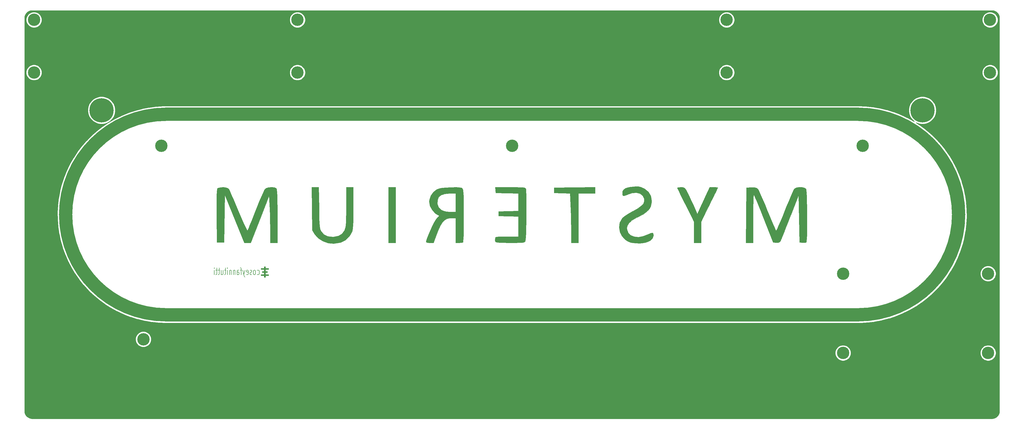
<source format=gbl>
G04 #@! TF.GenerationSoftware,KiCad,Pcbnew,(5.1.4)-1*
G04 #@! TF.CreationDate,2020-04-16T22:12:06+01:00*
G04 #@! TF.ProjectId,mysterium-bottom,6d797374-6572-4697-956d-2d626f74746f,rev?*
G04 #@! TF.SameCoordinates,Original*
G04 #@! TF.FileFunction,Copper,L2,Bot*
G04 #@! TF.FilePolarity,Positive*
%FSLAX46Y46*%
G04 Gerber Fmt 4.6, Leading zero omitted, Abs format (unit mm)*
G04 Created by KiCad (PCBNEW (5.1.4)-1) date 2020-04-16 22:12:06*
%MOMM*%
%LPD*%
G04 APERTURE LIST*
%ADD10C,0.200000*%
%ADD11C,0.010000*%
%ADD12C,4.700000*%
%ADD13C,8.600000*%
%ADD14C,4.400000*%
%ADD15C,0.254000*%
G04 APERTURE END LIST*
D10*
X119833114Y-155494704D02*
X119975971Y-155613752D01*
X120261685Y-155613752D01*
X120404542Y-155494704D01*
X120475971Y-155375657D01*
X120547400Y-155137561D01*
X120547400Y-154423276D01*
X120475971Y-154185180D01*
X120404542Y-154066133D01*
X120261685Y-153947085D01*
X119975971Y-153947085D01*
X119833114Y-154066133D01*
X118975971Y-155613752D02*
X119118828Y-155494704D01*
X119190257Y-155375657D01*
X119261685Y-155137561D01*
X119261685Y-154423276D01*
X119190257Y-154185180D01*
X119118828Y-154066133D01*
X118975971Y-153947085D01*
X118761685Y-153947085D01*
X118618828Y-154066133D01*
X118547400Y-154185180D01*
X118475971Y-154423276D01*
X118475971Y-155137561D01*
X118547400Y-155375657D01*
X118618828Y-155494704D01*
X118761685Y-155613752D01*
X118975971Y-155613752D01*
X117904542Y-155494704D02*
X117761685Y-155613752D01*
X117475971Y-155613752D01*
X117333114Y-155494704D01*
X117261685Y-155256609D01*
X117261685Y-155137561D01*
X117333114Y-154899466D01*
X117475971Y-154780419D01*
X117690257Y-154780419D01*
X117833114Y-154661371D01*
X117904542Y-154423276D01*
X117904542Y-154304228D01*
X117833114Y-154066133D01*
X117690257Y-153947085D01*
X117475971Y-153947085D01*
X117333114Y-154066133D01*
X116047400Y-155494704D02*
X116190257Y-155613752D01*
X116475971Y-155613752D01*
X116618828Y-155494704D01*
X116690257Y-155256609D01*
X116690257Y-154304228D01*
X116618828Y-154066133D01*
X116475971Y-153947085D01*
X116190257Y-153947085D01*
X116047400Y-154066133D01*
X115975971Y-154304228D01*
X115975971Y-154542323D01*
X116690257Y-154780419D01*
X115475971Y-153947085D02*
X115118828Y-155613752D01*
X114761685Y-153947085D02*
X115118828Y-155613752D01*
X115261685Y-156208990D01*
X115333114Y-156328038D01*
X115475971Y-156447085D01*
X114404542Y-153947085D02*
X113833114Y-153947085D01*
X114190257Y-155613752D02*
X114190257Y-153470895D01*
X114118828Y-153232800D01*
X113975971Y-153113752D01*
X113833114Y-153113752D01*
X112690257Y-155613752D02*
X112690257Y-154304228D01*
X112761685Y-154066133D01*
X112904542Y-153947085D01*
X113190257Y-153947085D01*
X113333114Y-154066133D01*
X112690257Y-155494704D02*
X112833114Y-155613752D01*
X113190257Y-155613752D01*
X113333114Y-155494704D01*
X113404542Y-155256609D01*
X113404542Y-155018514D01*
X113333114Y-154780419D01*
X113190257Y-154661371D01*
X112833114Y-154661371D01*
X112690257Y-154542323D01*
X111975971Y-153947085D02*
X111975971Y-155613752D01*
X111975971Y-154185180D02*
X111904542Y-154066133D01*
X111761685Y-153947085D01*
X111547400Y-153947085D01*
X111404542Y-154066133D01*
X111333114Y-154304228D01*
X111333114Y-155613752D01*
X110618828Y-153947085D02*
X110618828Y-155613752D01*
X110618828Y-154185180D02*
X110547400Y-154066133D01*
X110404542Y-153947085D01*
X110190257Y-153947085D01*
X110047400Y-154066133D01*
X109975971Y-154304228D01*
X109975971Y-155613752D01*
X109261685Y-155613752D02*
X109261685Y-153947085D01*
X109261685Y-153113752D02*
X109333114Y-153232800D01*
X109261685Y-153351847D01*
X109190257Y-153232800D01*
X109261685Y-153113752D01*
X109261685Y-153351847D01*
X108761685Y-153947085D02*
X108190257Y-153947085D01*
X108547400Y-153113752D02*
X108547400Y-155256609D01*
X108475971Y-155494704D01*
X108333114Y-155613752D01*
X108190257Y-155613752D01*
X107047400Y-153947085D02*
X107047400Y-155613752D01*
X107690257Y-153947085D02*
X107690257Y-155256609D01*
X107618828Y-155494704D01*
X107475971Y-155613752D01*
X107261685Y-155613752D01*
X107118828Y-155494704D01*
X107047400Y-155375657D01*
X106547400Y-153947085D02*
X105975971Y-153947085D01*
X106333114Y-153113752D02*
X106333114Y-155256609D01*
X106261685Y-155494704D01*
X106118828Y-155613752D01*
X105975971Y-155613752D01*
X105690257Y-153947085D02*
X105118828Y-153947085D01*
X105475971Y-153113752D02*
X105475971Y-155256609D01*
X105404542Y-155494704D01*
X105261685Y-155613752D01*
X105118828Y-155613752D01*
X104618828Y-155613752D02*
X104618828Y-153947085D01*
X104618828Y-153113752D02*
X104690257Y-153232800D01*
X104618828Y-153351847D01*
X104547400Y-153232800D01*
X104618828Y-153113752D01*
X104618828Y-153351847D01*
D11*
G36*
X122749734Y-155928577D02*
G01*
X123319117Y-155926400D01*
X123888500Y-155924224D01*
X123888500Y-155517824D01*
X122749734Y-155513472D01*
X122749734Y-154853191D01*
X123469401Y-154853191D01*
X123469401Y-154421391D01*
X122749734Y-154421391D01*
X122749734Y-153744177D01*
X123319117Y-153742000D01*
X123888500Y-153739824D01*
X123890763Y-153526041D01*
X123893025Y-153312258D01*
X122749734Y-153312258D01*
X122749734Y-152694191D01*
X122309467Y-152694191D01*
X122309467Y-153312258D01*
X121174934Y-153312258D01*
X121174934Y-153744057D01*
X122309467Y-153744057D01*
X122309467Y-154421391D01*
X121598267Y-154421391D01*
X121598267Y-154853191D01*
X122309467Y-154853191D01*
X122309467Y-155513591D01*
X121174934Y-155513591D01*
X121174934Y-155928457D01*
X122309248Y-155928457D01*
X122313700Y-156516891D01*
X122531717Y-156519150D01*
X122749734Y-156521410D01*
X122749734Y-155928577D01*
X122749734Y-155928577D01*
G37*
X122749734Y-155928577D02*
X123319117Y-155926400D01*
X123888500Y-155924224D01*
X123888500Y-155517824D01*
X122749734Y-155513472D01*
X122749734Y-154853191D01*
X123469401Y-154853191D01*
X123469401Y-154421391D01*
X122749734Y-154421391D01*
X122749734Y-153744177D01*
X123319117Y-153742000D01*
X123888500Y-153739824D01*
X123890763Y-153526041D01*
X123893025Y-153312258D01*
X122749734Y-153312258D01*
X122749734Y-152694191D01*
X122309467Y-152694191D01*
X122309467Y-153312258D01*
X121174934Y-153312258D01*
X121174934Y-153744057D01*
X122309467Y-153744057D01*
X122309467Y-154421391D01*
X121598267Y-154421391D01*
X121598267Y-154853191D01*
X122309467Y-154853191D01*
X122309467Y-155513591D01*
X121174934Y-155513591D01*
X121174934Y-155928457D01*
X122309248Y-155928457D01*
X122313700Y-156516891D01*
X122531717Y-156519150D01*
X122749734Y-156521410D01*
X122749734Y-155928577D01*
D12*
X333349351Y-169871649D02*
X87489351Y-169871649D01*
X333349351Y-98471649D02*
X87489351Y-98471649D01*
X87489351Y-98471649D02*
G75*
G03X87489351Y-169871649I0J-35700000D01*
G01*
X333349351Y-169871649D02*
G75*
G03X333349351Y-98471649I0J35700000D01*
G01*
D11*
G36*
X123922352Y-124530650D02*
G01*
X123019417Y-124794770D01*
X122666370Y-125028334D01*
X122392219Y-125475619D01*
X121933980Y-126419876D01*
X121330719Y-127771958D01*
X120621502Y-129442720D01*
X119845396Y-131343017D01*
X119333917Y-132632655D01*
X118554632Y-134607262D01*
X117841936Y-136388283D01*
X117230117Y-137892030D01*
X116753463Y-139034817D01*
X116446261Y-139732958D01*
X116352070Y-139910551D01*
X116177866Y-139701825D01*
X115804487Y-138984279D01*
X115265412Y-137831501D01*
X114594123Y-136317082D01*
X113824098Y-134514612D01*
X113070761Y-132698205D01*
X112222118Y-130655866D01*
X111424804Y-128796067D01*
X110716173Y-127201322D01*
X110133576Y-125954150D01*
X109714367Y-125137066D01*
X109514790Y-124842637D01*
X108844997Y-124577381D01*
X107875989Y-124463460D01*
X106856006Y-124498404D01*
X106033290Y-124679738D01*
X105717216Y-124880465D01*
X105605554Y-125246563D01*
X105521534Y-126064790D01*
X105464187Y-127369799D01*
X105432547Y-129196247D01*
X105425645Y-131578788D01*
X105442514Y-134552076D01*
X105443634Y-134679848D01*
X105526758Y-144049427D01*
X108035400Y-144049427D01*
X108348980Y-127122573D01*
X111786139Y-135664395D01*
X115223297Y-144206217D01*
X117543937Y-144206217D01*
X119968300Y-138013007D01*
X120753826Y-136006520D01*
X121520123Y-134049499D01*
X122216620Y-132271071D01*
X122792746Y-130800363D01*
X123197930Y-129766500D01*
X123238075Y-129664123D01*
X124083487Y-127508449D01*
X124290925Y-132301018D01*
X124368707Y-134358949D01*
X124433196Y-136562101D01*
X124478314Y-138665829D01*
X124497983Y-140425489D01*
X124498363Y-140649902D01*
X124498363Y-144206217D01*
X127007005Y-144206217D01*
X127007005Y-134704736D01*
X126999490Y-131766103D01*
X126975811Y-129409920D01*
X126934274Y-127591639D01*
X126873180Y-126266717D01*
X126790833Y-125390608D01*
X126685535Y-124918768D01*
X126630709Y-124826958D01*
X125981014Y-124533891D01*
X124993890Y-124439406D01*
X123922352Y-124530650D01*
X123922352Y-124530650D01*
G37*
X123922352Y-124530650D02*
X123019417Y-124794770D01*
X122666370Y-125028334D01*
X122392219Y-125475619D01*
X121933980Y-126419876D01*
X121330719Y-127771958D01*
X120621502Y-129442720D01*
X119845396Y-131343017D01*
X119333917Y-132632655D01*
X118554632Y-134607262D01*
X117841936Y-136388283D01*
X117230117Y-137892030D01*
X116753463Y-139034817D01*
X116446261Y-139732958D01*
X116352070Y-139910551D01*
X116177866Y-139701825D01*
X115804487Y-138984279D01*
X115265412Y-137831501D01*
X114594123Y-136317082D01*
X113824098Y-134514612D01*
X113070761Y-132698205D01*
X112222118Y-130655866D01*
X111424804Y-128796067D01*
X110716173Y-127201322D01*
X110133576Y-125954150D01*
X109714367Y-125137066D01*
X109514790Y-124842637D01*
X108844997Y-124577381D01*
X107875989Y-124463460D01*
X106856006Y-124498404D01*
X106033290Y-124679738D01*
X105717216Y-124880465D01*
X105605554Y-125246563D01*
X105521534Y-126064790D01*
X105464187Y-127369799D01*
X105432547Y-129196247D01*
X105425645Y-131578788D01*
X105442514Y-134552076D01*
X105443634Y-134679848D01*
X105526758Y-144049427D01*
X108035400Y-144049427D01*
X108348980Y-127122573D01*
X111786139Y-135664395D01*
X115223297Y-144206217D01*
X117543937Y-144206217D01*
X119968300Y-138013007D01*
X120753826Y-136006520D01*
X121520123Y-134049499D01*
X122216620Y-132271071D01*
X122792746Y-130800363D01*
X123197930Y-129766500D01*
X123238075Y-129664123D01*
X124083487Y-127508449D01*
X124290925Y-132301018D01*
X124368707Y-134358949D01*
X124433196Y-136562101D01*
X124478314Y-138665829D01*
X124497983Y-140425489D01*
X124498363Y-140649902D01*
X124498363Y-144206217D01*
X127007005Y-144206217D01*
X127007005Y-134704736D01*
X126999490Y-131766103D01*
X126975811Y-129409920D01*
X126934274Y-127591639D01*
X126873180Y-126266717D01*
X126790833Y-125390608D01*
X126685535Y-124918768D01*
X126630709Y-124826958D01*
X125981014Y-124533891D01*
X124993890Y-124439406D01*
X123922352Y-124530650D01*
G36*
X166518116Y-144206217D02*
G01*
X169026758Y-144206217D01*
X169026758Y-124450662D01*
X166518116Y-124450662D01*
X166518116Y-144206217D01*
X166518116Y-144206217D01*
G37*
X166518116Y-144206217D02*
X169026758Y-144206217D01*
X169026758Y-124450662D01*
X166518116Y-124450662D01*
X166518116Y-144206217D01*
G36*
X188966197Y-124491568D02*
G01*
X188609486Y-124501370D01*
X186855193Y-124571892D01*
X185583339Y-124682208D01*
X184649463Y-124854023D01*
X183909103Y-125109041D01*
X183608240Y-125252782D01*
X182489609Y-126128465D01*
X181587636Y-127386416D01*
X181044374Y-128793667D01*
X180949694Y-129612785D01*
X181223284Y-131101021D01*
X181937146Y-132511683D01*
X182962383Y-133615662D01*
X183346754Y-133873440D01*
X184548980Y-134564971D01*
X183570925Y-135601401D01*
X183142604Y-136203960D01*
X182591656Y-137187961D01*
X181974592Y-138424739D01*
X181347922Y-139785630D01*
X180768157Y-141141971D01*
X180291807Y-142365097D01*
X179975384Y-143326344D01*
X179875397Y-143897048D01*
X179894894Y-143971032D01*
X180272353Y-144122255D01*
X181027496Y-144202370D01*
X181247480Y-144206217D01*
X182455880Y-144206217D01*
X183313680Y-141932761D01*
X184190499Y-139728324D01*
X184974992Y-138064263D01*
X185725178Y-136872078D01*
X186499069Y-136083270D01*
X187354683Y-135629339D01*
X188350034Y-135441786D01*
X188824603Y-135425970D01*
X190350215Y-135425970D01*
X190350215Y-144206217D01*
X191552273Y-144206217D01*
X192380941Y-144156121D01*
X192911394Y-144032175D01*
X192963384Y-143997164D01*
X193016616Y-143641813D01*
X193064852Y-142739468D01*
X193106297Y-141370283D01*
X193139161Y-139614417D01*
X193161648Y-137552027D01*
X193171968Y-135263268D01*
X193172437Y-134649691D01*
X193169069Y-133230909D01*
X190350215Y-133230909D01*
X188358317Y-133230909D01*
X187034403Y-133166336D01*
X186079677Y-132933843D01*
X185305049Y-132515652D01*
X184284068Y-131543040D01*
X183834662Y-130351386D01*
X183895019Y-129030155D01*
X184334153Y-127933875D01*
X185201927Y-127188201D01*
X186544279Y-126767899D01*
X188233548Y-126646896D01*
X190350215Y-126645723D01*
X190350215Y-133230909D01*
X193169069Y-133230909D01*
X193165752Y-131834271D01*
X193144093Y-129588783D01*
X193105058Y-127856121D01*
X193046244Y-126579181D01*
X192965249Y-125700861D01*
X192859669Y-125164055D01*
X192764424Y-124953280D01*
X192522853Y-124715685D01*
X192137273Y-124563227D01*
X191492657Y-124483395D01*
X190473975Y-124463680D01*
X188966197Y-124491568D01*
X188966197Y-124491568D01*
G37*
X188966197Y-124491568D02*
X188609486Y-124501370D01*
X186855193Y-124571892D01*
X185583339Y-124682208D01*
X184649463Y-124854023D01*
X183909103Y-125109041D01*
X183608240Y-125252782D01*
X182489609Y-126128465D01*
X181587636Y-127386416D01*
X181044374Y-128793667D01*
X180949694Y-129612785D01*
X181223284Y-131101021D01*
X181937146Y-132511683D01*
X182962383Y-133615662D01*
X183346754Y-133873440D01*
X184548980Y-134564971D01*
X183570925Y-135601401D01*
X183142604Y-136203960D01*
X182591656Y-137187961D01*
X181974592Y-138424739D01*
X181347922Y-139785630D01*
X180768157Y-141141971D01*
X180291807Y-142365097D01*
X179975384Y-143326344D01*
X179875397Y-143897048D01*
X179894894Y-143971032D01*
X180272353Y-144122255D01*
X181027496Y-144202370D01*
X181247480Y-144206217D01*
X182455880Y-144206217D01*
X183313680Y-141932761D01*
X184190499Y-139728324D01*
X184974992Y-138064263D01*
X185725178Y-136872078D01*
X186499069Y-136083270D01*
X187354683Y-135629339D01*
X188350034Y-135441786D01*
X188824603Y-135425970D01*
X190350215Y-135425970D01*
X190350215Y-144206217D01*
X191552273Y-144206217D01*
X192380941Y-144156121D01*
X192911394Y-144032175D01*
X192963384Y-143997164D01*
X193016616Y-143641813D01*
X193064852Y-142739468D01*
X193106297Y-141370283D01*
X193139161Y-139614417D01*
X193161648Y-137552027D01*
X193171968Y-135263268D01*
X193172437Y-134649691D01*
X193169069Y-133230909D01*
X190350215Y-133230909D01*
X188358317Y-133230909D01*
X187034403Y-133166336D01*
X186079677Y-132933843D01*
X185305049Y-132515652D01*
X184284068Y-131543040D01*
X183834662Y-130351386D01*
X183895019Y-129030155D01*
X184334153Y-127933875D01*
X185201927Y-127188201D01*
X186544279Y-126767899D01*
X188233548Y-126646896D01*
X190350215Y-126645723D01*
X190350215Y-133230909D01*
X193169069Y-133230909D01*
X193165752Y-131834271D01*
X193144093Y-129588783D01*
X193105058Y-127856121D01*
X193046244Y-126579181D01*
X192965249Y-125700861D01*
X192859669Y-125164055D01*
X192764424Y-124953280D01*
X192522853Y-124715685D01*
X192137273Y-124563227D01*
X191492657Y-124483395D01*
X190473975Y-124463680D01*
X188966197Y-124491568D01*
G36*
X204519853Y-125469798D02*
G01*
X204618116Y-126488933D01*
X208616264Y-126576697D01*
X212614413Y-126664461D01*
X212614413Y-132896788D01*
X209086635Y-132985453D01*
X205558857Y-133074119D01*
X205558857Y-134642020D01*
X212614413Y-134819350D01*
X212614413Y-142011156D01*
X208560862Y-142011156D01*
X206885678Y-142019406D01*
X205736166Y-142053049D01*
X205010952Y-142125420D01*
X204608666Y-142249857D01*
X204427932Y-142439696D01*
X204389688Y-142559921D01*
X204357732Y-143361008D01*
X204403269Y-143657452D01*
X204505315Y-143862197D01*
X204758433Y-144009033D01*
X205252974Y-144107390D01*
X206079288Y-144166698D01*
X207327724Y-144196388D01*
X209088634Y-144205890D01*
X209660941Y-144206217D01*
X211572317Y-144201219D01*
X212951545Y-144179179D01*
X213893607Y-144129529D01*
X214493481Y-144041701D01*
X214846148Y-143905125D01*
X215046587Y-143709233D01*
X215112022Y-143599672D01*
X215190912Y-143147011D01*
X215260511Y-142166465D01*
X215320102Y-140757250D01*
X215368973Y-139018583D01*
X215406408Y-137049680D01*
X215431694Y-134949757D01*
X215444116Y-132818031D01*
X215442960Y-130753719D01*
X215427512Y-128856037D01*
X215397058Y-127224201D01*
X215350883Y-125957429D01*
X215288274Y-125154936D01*
X215246295Y-124946679D01*
X215098642Y-124762508D01*
X214760532Y-124629402D01*
X214144813Y-124539514D01*
X213164333Y-124484994D01*
X211731938Y-124457993D01*
X209760478Y-124450662D01*
X204421590Y-124450662D01*
X204519853Y-125469798D01*
X204519853Y-125469798D01*
G37*
X204519853Y-125469798D02*
X204618116Y-126488933D01*
X208616264Y-126576697D01*
X212614413Y-126664461D01*
X212614413Y-132896788D01*
X209086635Y-132985453D01*
X205558857Y-133074119D01*
X205558857Y-134642020D01*
X212614413Y-134819350D01*
X212614413Y-142011156D01*
X208560862Y-142011156D01*
X206885678Y-142019406D01*
X205736166Y-142053049D01*
X205010952Y-142125420D01*
X204608666Y-142249857D01*
X204427932Y-142439696D01*
X204389688Y-142559921D01*
X204357732Y-143361008D01*
X204403269Y-143657452D01*
X204505315Y-143862197D01*
X204758433Y-144009033D01*
X205252974Y-144107390D01*
X206079288Y-144166698D01*
X207327724Y-144196388D01*
X209088634Y-144205890D01*
X209660941Y-144206217D01*
X211572317Y-144201219D01*
X212951545Y-144179179D01*
X213893607Y-144129529D01*
X214493481Y-144041701D01*
X214846148Y-143905125D01*
X215046587Y-143709233D01*
X215112022Y-143599672D01*
X215190912Y-143147011D01*
X215260511Y-142166465D01*
X215320102Y-140757250D01*
X215368973Y-139018583D01*
X215406408Y-137049680D01*
X215431694Y-134949757D01*
X215444116Y-132818031D01*
X215442960Y-130753719D01*
X215427512Y-128856037D01*
X215397058Y-127224201D01*
X215350883Y-125957429D01*
X215288274Y-125154936D01*
X215246295Y-124946679D01*
X215098642Y-124762508D01*
X214760532Y-124629402D01*
X214144813Y-124539514D01*
X213164333Y-124484994D01*
X211731938Y-124457993D01*
X209760478Y-124450662D01*
X204421590Y-124450662D01*
X204519853Y-125469798D01*
G36*
X232605153Y-124523277D02*
G01*
X225314413Y-124607452D01*
X225314413Y-126488933D01*
X228165836Y-126578445D01*
X231017259Y-126667956D01*
X231222357Y-132536469D01*
X231290334Y-134644537D01*
X231348898Y-136771661D01*
X231393999Y-138745375D01*
X231421584Y-140393216D01*
X231428341Y-141305600D01*
X231429227Y-144206217D01*
X233937869Y-144206217D01*
X233937869Y-126645723D01*
X239895894Y-126645723D01*
X239895894Y-124439103D01*
X232605153Y-124523277D01*
X232605153Y-124523277D01*
G37*
X232605153Y-124523277D02*
X225314413Y-124607452D01*
X225314413Y-126488933D01*
X228165836Y-126578445D01*
X231017259Y-126667956D01*
X231222357Y-132536469D01*
X231290334Y-134644537D01*
X231348898Y-136771661D01*
X231393999Y-138745375D01*
X231421584Y-140393216D01*
X231428341Y-141305600D01*
X231429227Y-144206217D01*
X233937869Y-144206217D01*
X233937869Y-126645723D01*
X239895894Y-126645723D01*
X239895894Y-124439103D01*
X232605153Y-124523277D01*
G36*
X279204743Y-127508069D02*
G01*
X278511160Y-128990959D01*
X277824472Y-130469660D01*
X277246083Y-131725355D01*
X277002797Y-132259503D01*
X276236894Y-133953530D01*
X274893755Y-131005182D01*
X274205847Y-129513088D01*
X273495836Y-128002568D01*
X272876744Y-126713015D01*
X272650524Y-126253748D01*
X272144665Y-125279201D01*
X271753271Y-124739790D01*
X271316091Y-124506859D01*
X270672873Y-124451753D01*
X270404644Y-124450662D01*
X269585695Y-124483901D01*
X269108613Y-124567573D01*
X269058857Y-124610587D01*
X269193039Y-124926032D01*
X269568196Y-125717351D01*
X270143248Y-126900263D01*
X270877114Y-128390487D01*
X271728712Y-130103741D01*
X272037869Y-130722267D01*
X275016882Y-136674021D01*
X275016882Y-144206217D01*
X277525524Y-144206217D01*
X277525524Y-136674021D01*
X280504536Y-130722267D01*
X281386813Y-128952366D01*
X282165330Y-127376831D01*
X282799005Y-126079944D01*
X283246757Y-125145986D01*
X283467505Y-124659237D01*
X283483548Y-124610587D01*
X283202916Y-124515465D01*
X282492417Y-124458196D01*
X282062167Y-124450662D01*
X280640785Y-124450662D01*
X279204743Y-127508069D01*
X279204743Y-127508069D01*
G37*
X279204743Y-127508069D02*
X278511160Y-128990959D01*
X277824472Y-130469660D01*
X277246083Y-131725355D01*
X277002797Y-132259503D01*
X276236894Y-133953530D01*
X274893755Y-131005182D01*
X274205847Y-129513088D01*
X273495836Y-128002568D01*
X272876744Y-126713015D01*
X272650524Y-126253748D01*
X272144665Y-125279201D01*
X271753271Y-124739790D01*
X271316091Y-124506859D01*
X270672873Y-124451753D01*
X270404644Y-124450662D01*
X269585695Y-124483901D01*
X269108613Y-124567573D01*
X269058857Y-124610587D01*
X269193039Y-124926032D01*
X269568196Y-125717351D01*
X270143248Y-126900263D01*
X270877114Y-128390487D01*
X271728712Y-130103741D01*
X272037869Y-130722267D01*
X275016882Y-136674021D01*
X275016882Y-144206217D01*
X277525524Y-144206217D01*
X277525524Y-136674021D01*
X280504536Y-130722267D01*
X281386813Y-128952366D01*
X282165330Y-127376831D01*
X282799005Y-126079944D01*
X283246757Y-125145986D01*
X283467505Y-124659237D01*
X283483548Y-124610587D01*
X283202916Y-124515465D01*
X282492417Y-124458196D01*
X282062167Y-124450662D01*
X280640785Y-124450662D01*
X279204743Y-127508069D01*
G36*
X311374242Y-124605533D02*
G01*
X310696746Y-124984297D01*
X310682804Y-124999427D01*
X310433785Y-125434460D01*
X309994274Y-126367456D01*
X309401692Y-127712098D01*
X308693463Y-129382068D01*
X307907010Y-131291049D01*
X307282455Y-132842493D01*
X306481443Y-134821942D01*
X305747412Y-136578514D01*
X305113597Y-138037273D01*
X304613231Y-139123287D01*
X304279549Y-139761619D01*
X304153251Y-139898049D01*
X303977220Y-139552087D01*
X303600956Y-138707404D01*
X303059634Y-137446580D01*
X302388427Y-135852197D01*
X301622510Y-134006836D01*
X301046308Y-132603748D01*
X300218969Y-130607048D01*
X299442421Y-128782618D01*
X298755693Y-127218270D01*
X298197818Y-126001816D01*
X297807829Y-125221065D01*
X297660040Y-124985602D01*
X297189796Y-124645349D01*
X296461295Y-124504005D01*
X295416880Y-124515231D01*
X293674906Y-124607452D01*
X293592044Y-134406835D01*
X293509181Y-144206217D01*
X296026758Y-144206217D01*
X296026758Y-135530497D01*
X296034610Y-133285339D01*
X296056778Y-131272174D01*
X296091182Y-129568039D01*
X296135741Y-128249974D01*
X296188375Y-127395018D01*
X296247002Y-127080208D01*
X296254915Y-127082933D01*
X296425761Y-127422572D01*
X296796063Y-128269813D01*
X297334440Y-129549128D01*
X298009514Y-131184983D01*
X298789906Y-133101850D01*
X299644237Y-135224196D01*
X299826641Y-135680259D01*
X303170210Y-144049427D01*
X304310844Y-144147268D01*
X304966599Y-144169512D01*
X305390662Y-144007805D01*
X305738926Y-143531417D01*
X306167285Y-142609616D01*
X306180529Y-142579366D01*
X306506212Y-141800699D01*
X307012850Y-140546393D01*
X307656853Y-138926395D01*
X308394631Y-137050650D01*
X309182592Y-135029105D01*
X309542861Y-134098736D01*
X312176141Y-127283847D01*
X312489721Y-144049427D01*
X313598460Y-144142746D01*
X314397544Y-144147357D01*
X314899840Y-144036151D01*
X314931176Y-144012088D01*
X315007197Y-143630467D01*
X315067342Y-142717782D01*
X315112121Y-141369918D01*
X315142043Y-139682758D01*
X315157616Y-137752185D01*
X315159350Y-135674083D01*
X315147754Y-133544334D01*
X315123337Y-131458823D01*
X315086607Y-129513433D01*
X315038075Y-127804047D01*
X314978248Y-126426548D01*
X314907637Y-125476820D01*
X314830540Y-125057207D01*
X314303300Y-124655530D01*
X313401910Y-124444275D01*
X312350760Y-124426567D01*
X311374242Y-124605533D01*
X311374242Y-124605533D01*
G37*
X311374242Y-124605533D02*
X310696746Y-124984297D01*
X310682804Y-124999427D01*
X310433785Y-125434460D01*
X309994274Y-126367456D01*
X309401692Y-127712098D01*
X308693463Y-129382068D01*
X307907010Y-131291049D01*
X307282455Y-132842493D01*
X306481443Y-134821942D01*
X305747412Y-136578514D01*
X305113597Y-138037273D01*
X304613231Y-139123287D01*
X304279549Y-139761619D01*
X304153251Y-139898049D01*
X303977220Y-139552087D01*
X303600956Y-138707404D01*
X303059634Y-137446580D01*
X302388427Y-135852197D01*
X301622510Y-134006836D01*
X301046308Y-132603748D01*
X300218969Y-130607048D01*
X299442421Y-128782618D01*
X298755693Y-127218270D01*
X298197818Y-126001816D01*
X297807829Y-125221065D01*
X297660040Y-124985602D01*
X297189796Y-124645349D01*
X296461295Y-124504005D01*
X295416880Y-124515231D01*
X293674906Y-124607452D01*
X293592044Y-134406835D01*
X293509181Y-144206217D01*
X296026758Y-144206217D01*
X296026758Y-135530497D01*
X296034610Y-133285339D01*
X296056778Y-131272174D01*
X296091182Y-129568039D01*
X296135741Y-128249974D01*
X296188375Y-127395018D01*
X296247002Y-127080208D01*
X296254915Y-127082933D01*
X296425761Y-127422572D01*
X296796063Y-128269813D01*
X297334440Y-129549128D01*
X298009514Y-131184983D01*
X298789906Y-133101850D01*
X299644237Y-135224196D01*
X299826641Y-135680259D01*
X303170210Y-144049427D01*
X304310844Y-144147268D01*
X304966599Y-144169512D01*
X305390662Y-144007805D01*
X305738926Y-143531417D01*
X306167285Y-142609616D01*
X306180529Y-142579366D01*
X306506212Y-141800699D01*
X307012850Y-140546393D01*
X307656853Y-138926395D01*
X308394631Y-137050650D01*
X309182592Y-135029105D01*
X309542861Y-134098736D01*
X312176141Y-127283847D01*
X312489721Y-144049427D01*
X313598460Y-144142746D01*
X314397544Y-144147357D01*
X314899840Y-144036151D01*
X314931176Y-144012088D01*
X315007197Y-143630467D01*
X315067342Y-142717782D01*
X315112121Y-141369918D01*
X315142043Y-139682758D01*
X315157616Y-137752185D01*
X315159350Y-135674083D01*
X315147754Y-133544334D01*
X315123337Y-131458823D01*
X315086607Y-129513433D01*
X315038075Y-127804047D01*
X314978248Y-126426548D01*
X314907637Y-125476820D01*
X314830540Y-125057207D01*
X314303300Y-124655530D01*
X313401910Y-124444275D01*
X312350760Y-124426567D01*
X311374242Y-124605533D01*
G36*
X151459378Y-131427822D02*
G01*
X151451882Y-133750421D01*
X151430098Y-135538162D01*
X151387319Y-136883303D01*
X151316840Y-137878102D01*
X151211954Y-138614815D01*
X151065956Y-139185700D01*
X150872140Y-139683014D01*
X150856859Y-139716903D01*
X149960841Y-141001607D01*
X148659586Y-141809809D01*
X146961119Y-142136754D01*
X146762561Y-142142927D01*
X144965456Y-141934229D01*
X143557924Y-141235767D01*
X142610395Y-140171174D01*
X142383629Y-139777382D01*
X142209457Y-139360506D01*
X142079491Y-138832982D01*
X141985343Y-138107248D01*
X141918624Y-137095742D01*
X141870945Y-135710901D01*
X141833918Y-133865162D01*
X141802821Y-131741402D01*
X141703575Y-124450662D01*
X139196256Y-124450662D01*
X139294840Y-132080630D01*
X139393425Y-139710599D01*
X140336964Y-141235681D01*
X141549589Y-142628404D01*
X143169820Y-143659900D01*
X145066377Y-144289771D01*
X147107980Y-144477623D01*
X149163349Y-144183059D01*
X149544990Y-144069091D01*
X151267938Y-143188479D01*
X152655905Y-141816359D01*
X153380401Y-140600044D01*
X153567267Y-140135168D01*
X153709939Y-139593451D01*
X153814318Y-138887502D01*
X153886307Y-137929929D01*
X153931807Y-136633339D01*
X153956718Y-134910340D01*
X153966942Y-132673541D01*
X153968020Y-131898193D01*
X153974906Y-124450662D01*
X151466264Y-124450662D01*
X151459378Y-131427822D01*
X151459378Y-131427822D01*
G37*
X151459378Y-131427822D02*
X151451882Y-133750421D01*
X151430098Y-135538162D01*
X151387319Y-136883303D01*
X151316840Y-137878102D01*
X151211954Y-138614815D01*
X151065956Y-139185700D01*
X150872140Y-139683014D01*
X150856859Y-139716903D01*
X149960841Y-141001607D01*
X148659586Y-141809809D01*
X146961119Y-142136754D01*
X146762561Y-142142927D01*
X144965456Y-141934229D01*
X143557924Y-141235767D01*
X142610395Y-140171174D01*
X142383629Y-139777382D01*
X142209457Y-139360506D01*
X142079491Y-138832982D01*
X141985343Y-138107248D01*
X141918624Y-137095742D01*
X141870945Y-135710901D01*
X141833918Y-133865162D01*
X141802821Y-131741402D01*
X141703575Y-124450662D01*
X139196256Y-124450662D01*
X139294840Y-132080630D01*
X139393425Y-139710599D01*
X140336964Y-141235681D01*
X141549589Y-142628404D01*
X143169820Y-143659900D01*
X145066377Y-144289771D01*
X147107980Y-144477623D01*
X149163349Y-144183059D01*
X149544990Y-144069091D01*
X151267938Y-143188479D01*
X152655905Y-141816359D01*
X153380401Y-140600044D01*
X153567267Y-140135168D01*
X153709939Y-139593451D01*
X153814318Y-138887502D01*
X153886307Y-137929929D01*
X153931807Y-136633339D01*
X153956718Y-134910340D01*
X153966942Y-132673541D01*
X153968020Y-131898193D01*
X153974906Y-124450662D01*
X151466264Y-124450662D01*
X151459378Y-131427822D01*
G36*
X253690925Y-124223744D02*
G01*
X252437983Y-124377058D01*
X251284421Y-124638608D01*
X250633517Y-124881785D01*
X249926400Y-125358055D01*
X249649794Y-125959299D01*
X249616882Y-126496986D01*
X249654976Y-127187950D01*
X249851320Y-127501332D01*
X250329007Y-127467126D01*
X251211128Y-127115324D01*
X251542514Y-126966191D01*
X253162585Y-126449934D01*
X254649749Y-126383622D01*
X255904357Y-126740316D01*
X256826758Y-127493080D01*
X257298489Y-128522157D01*
X257348324Y-129425598D01*
X257035785Y-130253990D01*
X256302118Y-131072461D01*
X255088571Y-131946137D01*
X253336391Y-132940143D01*
X253291610Y-132963717D01*
X251682320Y-133873450D01*
X250399663Y-134726954D01*
X249556701Y-135447031D01*
X249420361Y-135606977D01*
X248640013Y-137104996D01*
X248401002Y-138732175D01*
X248670767Y-140364748D01*
X249416748Y-141878949D01*
X250606383Y-143151009D01*
X251568435Y-143772082D01*
X252681831Y-144137213D01*
X254162837Y-144347348D01*
X255768574Y-144391135D01*
X257256162Y-144257220D01*
X258030604Y-144074140D01*
X259463117Y-143443871D01*
X260307561Y-142670563D01*
X260592011Y-141728210D01*
X260592190Y-141701238D01*
X260526928Y-140978136D01*
X260257512Y-140681326D01*
X259673496Y-140780941D01*
X258750912Y-141203333D01*
X256958738Y-141898999D01*
X255268468Y-142171543D01*
X253764683Y-142045234D01*
X252531961Y-141544344D01*
X251654882Y-140693144D01*
X251218027Y-139515905D01*
X251184783Y-139032143D01*
X251366309Y-138035761D01*
X251953806Y-137125196D01*
X253011653Y-136234546D01*
X254604227Y-135297907D01*
X255059237Y-135065895D01*
X256946825Y-134046484D01*
X258304286Y-133102100D01*
X259206685Y-132143237D01*
X259729089Y-131080386D01*
X259946564Y-129824040D01*
X259965030Y-129216311D01*
X259691174Y-127522118D01*
X258866041Y-126122481D01*
X257484280Y-125009075D01*
X257140277Y-124819809D01*
X256182520Y-124398499D01*
X255259409Y-124208854D01*
X254084063Y-124201299D01*
X253690925Y-124223744D01*
X253690925Y-124223744D01*
G37*
X253690925Y-124223744D02*
X252437983Y-124377058D01*
X251284421Y-124638608D01*
X250633517Y-124881785D01*
X249926400Y-125358055D01*
X249649794Y-125959299D01*
X249616882Y-126496986D01*
X249654976Y-127187950D01*
X249851320Y-127501332D01*
X250329007Y-127467126D01*
X251211128Y-127115324D01*
X251542514Y-126966191D01*
X253162585Y-126449934D01*
X254649749Y-126383622D01*
X255904357Y-126740316D01*
X256826758Y-127493080D01*
X257298489Y-128522157D01*
X257348324Y-129425598D01*
X257035785Y-130253990D01*
X256302118Y-131072461D01*
X255088571Y-131946137D01*
X253336391Y-132940143D01*
X253291610Y-132963717D01*
X251682320Y-133873450D01*
X250399663Y-134726954D01*
X249556701Y-135447031D01*
X249420361Y-135606977D01*
X248640013Y-137104996D01*
X248401002Y-138732175D01*
X248670767Y-140364748D01*
X249416748Y-141878949D01*
X250606383Y-143151009D01*
X251568435Y-143772082D01*
X252681831Y-144137213D01*
X254162837Y-144347348D01*
X255768574Y-144391135D01*
X257256162Y-144257220D01*
X258030604Y-144074140D01*
X259463117Y-143443871D01*
X260307561Y-142670563D01*
X260592011Y-141728210D01*
X260592190Y-141701238D01*
X260526928Y-140978136D01*
X260257512Y-140681326D01*
X259673496Y-140780941D01*
X258750912Y-141203333D01*
X256958738Y-141898999D01*
X255268468Y-142171543D01*
X253764683Y-142045234D01*
X252531961Y-141544344D01*
X251654882Y-140693144D01*
X251218027Y-139515905D01*
X251184783Y-139032143D01*
X251366309Y-138035761D01*
X251953806Y-137125196D01*
X253011653Y-136234546D01*
X254604227Y-135297907D01*
X255059237Y-135065895D01*
X256946825Y-134046484D01*
X258304286Y-133102100D01*
X259206685Y-132143237D01*
X259729089Y-131080386D01*
X259946564Y-129824040D01*
X259965030Y-129216311D01*
X259691174Y-127522118D01*
X258866041Y-126122481D01*
X257484280Y-125009075D01*
X257140277Y-124819809D01*
X256182520Y-124398499D01*
X255259409Y-124208854D01*
X254084063Y-124201299D01*
X253690925Y-124223744D01*
D13*
X356213100Y-97053400D03*
X64550600Y-97053400D03*
D14*
X286626300Y-83613400D03*
X134137400Y-83613400D03*
X286626300Y-64863400D03*
X40550600Y-64863400D03*
X379523512Y-183454800D03*
X327986788Y-183454800D03*
X379523512Y-155219400D03*
X327986788Y-155219400D03*
X79401800Y-178587400D03*
X85763100Y-109702600D03*
X335000600Y-109702600D03*
X210419351Y-197713600D03*
X210419351Y-109702600D03*
X134137400Y-64863400D03*
X380213100Y-64863400D03*
X380213100Y-83613400D03*
X40550600Y-83613400D03*
D15*
G36*
X381407508Y-61625744D02*
G01*
X381892232Y-61771612D01*
X382339387Y-62008847D01*
X382731949Y-62328421D01*
X383054962Y-62718155D01*
X383296123Y-63163208D01*
X383446248Y-63646629D01*
X383503101Y-64182877D01*
X383503099Y-204135438D01*
X383450756Y-204674309D01*
X383304888Y-205159032D01*
X383067652Y-205606188D01*
X382748079Y-205998749D01*
X382358343Y-206321763D01*
X381913292Y-206562923D01*
X381429871Y-206713048D01*
X380893623Y-206769901D01*
X39895062Y-206769899D01*
X39356191Y-206717556D01*
X38871468Y-206571688D01*
X38424312Y-206334452D01*
X38031751Y-206014879D01*
X37708737Y-205625143D01*
X37467577Y-205180092D01*
X37317452Y-204696671D01*
X37260599Y-204160423D01*
X37260599Y-183175577D01*
X325151788Y-183175577D01*
X325151788Y-183734023D01*
X325260736Y-184281739D01*
X325474444Y-184797676D01*
X325784700Y-185262007D01*
X326179581Y-185656888D01*
X326643912Y-185967144D01*
X327159849Y-186180852D01*
X327707565Y-186289800D01*
X328266011Y-186289800D01*
X328813727Y-186180852D01*
X329329664Y-185967144D01*
X329793995Y-185656888D01*
X330188876Y-185262007D01*
X330499132Y-184797676D01*
X330712840Y-184281739D01*
X330821788Y-183734023D01*
X330821788Y-183175577D01*
X376688512Y-183175577D01*
X376688512Y-183734023D01*
X376797460Y-184281739D01*
X377011168Y-184797676D01*
X377321424Y-185262007D01*
X377716305Y-185656888D01*
X378180636Y-185967144D01*
X378696573Y-186180852D01*
X379244289Y-186289800D01*
X379802735Y-186289800D01*
X380350451Y-186180852D01*
X380866388Y-185967144D01*
X381330719Y-185656888D01*
X381725600Y-185262007D01*
X382035856Y-184797676D01*
X382249564Y-184281739D01*
X382358512Y-183734023D01*
X382358512Y-183175577D01*
X382249564Y-182627861D01*
X382035856Y-182111924D01*
X381725600Y-181647593D01*
X381330719Y-181252712D01*
X380866388Y-180942456D01*
X380350451Y-180728748D01*
X379802735Y-180619800D01*
X379244289Y-180619800D01*
X378696573Y-180728748D01*
X378180636Y-180942456D01*
X377716305Y-181252712D01*
X377321424Y-181647593D01*
X377011168Y-182111924D01*
X376797460Y-182627861D01*
X376688512Y-183175577D01*
X330821788Y-183175577D01*
X330712840Y-182627861D01*
X330499132Y-182111924D01*
X330188876Y-181647593D01*
X329793995Y-181252712D01*
X329329664Y-180942456D01*
X328813727Y-180728748D01*
X328266011Y-180619800D01*
X327707565Y-180619800D01*
X327159849Y-180728748D01*
X326643912Y-180942456D01*
X326179581Y-181252712D01*
X325784700Y-181647593D01*
X325474444Y-182111924D01*
X325260736Y-182627861D01*
X325151788Y-183175577D01*
X37260599Y-183175577D01*
X37260599Y-178308177D01*
X76566800Y-178308177D01*
X76566800Y-178866623D01*
X76675748Y-179414339D01*
X76889456Y-179930276D01*
X77199712Y-180394607D01*
X77594593Y-180789488D01*
X78058924Y-181099744D01*
X78574861Y-181313452D01*
X79122577Y-181422400D01*
X79681023Y-181422400D01*
X80228739Y-181313452D01*
X80744676Y-181099744D01*
X81209007Y-180789488D01*
X81603888Y-180394607D01*
X81914144Y-179930276D01*
X82127852Y-179414339D01*
X82236800Y-178866623D01*
X82236800Y-178308177D01*
X82127852Y-177760461D01*
X81914144Y-177244524D01*
X81603888Y-176780193D01*
X81209007Y-176385312D01*
X80744676Y-176075056D01*
X80228739Y-175861348D01*
X79681023Y-175752400D01*
X79122577Y-175752400D01*
X78574861Y-175861348D01*
X78058924Y-176075056D01*
X77594593Y-176385312D01*
X77199712Y-176780193D01*
X76889456Y-177244524D01*
X76675748Y-177760461D01*
X76566800Y-178308177D01*
X37260599Y-178308177D01*
X37260599Y-133387537D01*
X48812404Y-133387537D01*
X48812404Y-133460473D01*
X48841325Y-135827576D01*
X48844161Y-135890022D01*
X48845470Y-135952533D01*
X48850304Y-136025308D01*
X49036038Y-138385289D01*
X49043004Y-138447388D01*
X49048455Y-138509699D01*
X49058102Y-138581994D01*
X49399834Y-140924477D01*
X49410900Y-140985981D01*
X49420469Y-141047789D01*
X49434885Y-141119286D01*
X49931111Y-143433972D01*
X49946232Y-143494617D01*
X49959873Y-143555645D01*
X49978996Y-143626029D01*
X50627534Y-145902739D01*
X50646649Y-145962276D01*
X50664297Y-146022237D01*
X50688042Y-146091199D01*
X51486040Y-148319924D01*
X51509046Y-148378030D01*
X51530642Y-148436726D01*
X51558906Y-148503963D01*
X52502857Y-150674900D01*
X52529675Y-150731378D01*
X52555101Y-150788486D01*
X52587750Y-150853684D01*
X52587759Y-150853703D01*
X52587766Y-150853715D01*
X53673510Y-152957308D01*
X53704016Y-153011891D01*
X53733168Y-153067183D01*
X53770076Y-153130091D01*
X54992855Y-155157115D01*
X55026900Y-155209540D01*
X55059663Y-155262795D01*
X55100659Y-155323119D01*
X56455088Y-157264647D01*
X56492530Y-157314697D01*
X56528752Y-157365666D01*
X56573656Y-157423140D01*
X58053779Y-159270637D01*
X58094462Y-159318103D01*
X58133979Y-159366555D01*
X58182593Y-159420926D01*
X59781903Y-161166267D01*
X59825644Y-161210934D01*
X59868282Y-161256657D01*
X59920392Y-161307687D01*
X61631858Y-162943199D01*
X61678465Y-162984870D01*
X61724037Y-163027665D01*
X61779414Y-163075130D01*
X63595509Y-164593621D01*
X63644769Y-164632107D01*
X63693083Y-164671793D01*
X63751484Y-164715483D01*
X65664223Y-166110276D01*
X65715913Y-166145405D01*
X65766764Y-166181810D01*
X65827933Y-166221533D01*
X67828905Y-167486494D01*
X67882819Y-167518125D01*
X67935960Y-167551074D01*
X67999627Y-167586656D01*
X70080034Y-168716224D01*
X70135914Y-168744207D01*
X70191133Y-168773567D01*
X70257018Y-168804852D01*
X72407711Y-169794061D01*
X72465353Y-169818291D01*
X72522369Y-169843915D01*
X72590183Y-169870765D01*
X74801705Y-170715262D01*
X74860797Y-170735609D01*
X74919413Y-170757408D01*
X74988857Y-170779704D01*
X77251486Y-171475780D01*
X77311821Y-171492172D01*
X77371730Y-171510032D01*
X77442499Y-171527677D01*
X79746286Y-172072269D01*
X79807557Y-172084623D01*
X79868534Y-172098477D01*
X79940317Y-172111392D01*
X82275131Y-172502107D01*
X82337109Y-172510377D01*
X82398848Y-172520155D01*
X82471329Y-172528285D01*
X84826905Y-172763402D01*
X84889290Y-172767546D01*
X84951544Y-172773211D01*
X85024404Y-172776520D01*
X87293371Y-172851790D01*
X87342708Y-172856649D01*
X333495994Y-172856649D01*
X333514182Y-172854858D01*
X334258048Y-172845769D01*
X334289275Y-172844351D01*
X334320548Y-172844351D01*
X334393408Y-172841042D01*
X336756762Y-172704772D01*
X336818998Y-172699108D01*
X336881403Y-172694963D01*
X336953884Y-172686833D01*
X339303011Y-172394234D01*
X339364738Y-172384457D01*
X339426728Y-172376186D01*
X339498511Y-172363270D01*
X341823082Y-171915628D01*
X341884047Y-171901777D01*
X341945330Y-171889420D01*
X342016089Y-171871778D01*
X342016100Y-171871775D01*
X342016107Y-171871773D01*
X344305893Y-171271059D01*
X344365790Y-171253203D01*
X344426137Y-171236807D01*
X344495581Y-171214511D01*
X346740527Y-170463362D01*
X346799127Y-170441569D01*
X346858236Y-170421216D01*
X346926050Y-170394367D01*
X349116280Y-169496088D01*
X349173310Y-169470458D01*
X349230936Y-169446234D01*
X349296803Y-169414957D01*
X349296822Y-169414949D01*
X349296834Y-169414943D01*
X351422704Y-168373491D01*
X351477913Y-168344136D01*
X351533805Y-168316147D01*
X351597472Y-168280565D01*
X353649659Y-167100505D01*
X353702779Y-167067569D01*
X353756715Y-167035925D01*
X353817884Y-166996201D01*
X355787352Y-165682729D01*
X355838176Y-165646342D01*
X355889892Y-165611196D01*
X355948294Y-165567506D01*
X357826382Y-164126398D01*
X357874683Y-164086723D01*
X357923957Y-164048226D01*
X357979335Y-164000762D01*
X359757788Y-162438353D01*
X359803372Y-162395546D01*
X359849968Y-162353885D01*
X359902078Y-162302855D01*
X361573073Y-160626016D01*
X361615699Y-160580305D01*
X361659451Y-160535627D01*
X361708065Y-160481255D01*
X363264255Y-158697361D01*
X363303763Y-158648919D01*
X363344454Y-158601444D01*
X363389357Y-158543970D01*
X364823901Y-156660863D01*
X364860118Y-156609901D01*
X364897566Y-156559843D01*
X364938562Y-156499520D01*
X365970669Y-154940177D01*
X376688512Y-154940177D01*
X376688512Y-155498623D01*
X376797460Y-156046339D01*
X377011168Y-156562276D01*
X377321424Y-157026607D01*
X377716305Y-157421488D01*
X378180636Y-157731744D01*
X378696573Y-157945452D01*
X379244289Y-158054400D01*
X379802735Y-158054400D01*
X380350451Y-157945452D01*
X380866388Y-157731744D01*
X381330719Y-157421488D01*
X381725600Y-157026607D01*
X382035856Y-156562276D01*
X382249564Y-156046339D01*
X382358512Y-155498623D01*
X382358512Y-154940177D01*
X382249564Y-154392461D01*
X382035856Y-153876524D01*
X381725600Y-153412193D01*
X381330719Y-153017312D01*
X380866388Y-152707056D01*
X380350451Y-152493348D01*
X379802735Y-152384400D01*
X379244289Y-152384400D01*
X378696573Y-152493348D01*
X378180636Y-152707056D01*
X377716305Y-153017312D01*
X377321424Y-153412193D01*
X377011168Y-153876524D01*
X376797460Y-154392461D01*
X376688512Y-154940177D01*
X365970669Y-154940177D01*
X366245152Y-154525479D01*
X366277899Y-154472249D01*
X366311961Y-154419798D01*
X366348868Y-154356890D01*
X367521757Y-152300596D01*
X367550903Y-152245314D01*
X367581415Y-152190721D01*
X367614072Y-152125505D01*
X368648104Y-149996000D01*
X368673530Y-149938891D01*
X368700348Y-149882413D01*
X368728612Y-149815177D01*
X369619240Y-147621825D01*
X369640823Y-147563163D01*
X369663842Y-147505024D01*
X369687587Y-147436062D01*
X370430895Y-145188506D01*
X370448540Y-145128553D01*
X370467658Y-145069007D01*
X370486781Y-144998623D01*
X371079500Y-142706747D01*
X371093138Y-142645734D01*
X371108262Y-142585074D01*
X371122678Y-142513578D01*
X371562203Y-140187458D01*
X371571766Y-140125682D01*
X371582838Y-140064147D01*
X371592485Y-139991852D01*
X371876883Y-137641719D01*
X371882334Y-137579417D01*
X371889300Y-137517308D01*
X371894134Y-137444533D01*
X372022153Y-135080717D01*
X372023462Y-135018208D01*
X372026298Y-134955761D01*
X372026298Y-134882826D01*
X371997377Y-132515722D01*
X371994541Y-132453276D01*
X371993232Y-132390765D01*
X371988398Y-132317990D01*
X371802664Y-129958008D01*
X371795698Y-129895909D01*
X371790247Y-129833598D01*
X371780600Y-129761304D01*
X371438868Y-127418820D01*
X371427801Y-127357312D01*
X371418233Y-127295509D01*
X371403817Y-127224012D01*
X370907591Y-124909325D01*
X370892470Y-124848677D01*
X370878829Y-124787652D01*
X370859706Y-124717269D01*
X370211168Y-122440559D01*
X370192056Y-122381033D01*
X370174405Y-122321060D01*
X370150660Y-122252099D01*
X369352662Y-120023374D01*
X369329656Y-119965268D01*
X369308060Y-119906572D01*
X369279796Y-119839335D01*
X368335845Y-117668398D01*
X368309032Y-117611930D01*
X368283601Y-117554811D01*
X368250943Y-117489596D01*
X368250943Y-117489595D01*
X368250936Y-117489583D01*
X367165191Y-115385990D01*
X367134698Y-115331429D01*
X367105534Y-115276115D01*
X367068626Y-115213207D01*
X365845847Y-113186183D01*
X365811798Y-113133752D01*
X365779039Y-113080503D01*
X365738043Y-113020179D01*
X364383614Y-111078651D01*
X364346170Y-111028599D01*
X364309950Y-110977632D01*
X364265046Y-110920158D01*
X362784922Y-109072660D01*
X362744242Y-109025198D01*
X362704723Y-108976743D01*
X362656109Y-108922372D01*
X361056798Y-107177031D01*
X361013071Y-107132379D01*
X360970420Y-107086641D01*
X360918310Y-107035611D01*
X359206844Y-105400099D01*
X359160252Y-105358441D01*
X359114666Y-105315633D01*
X359059288Y-105268169D01*
X357243194Y-103749677D01*
X357193910Y-103711173D01*
X357145619Y-103671506D01*
X357087218Y-103627816D01*
X355174480Y-102233022D01*
X355122776Y-102197884D01*
X355071938Y-102161488D01*
X355010769Y-102121765D01*
X353979470Y-101469805D01*
X354773614Y-101798750D01*
X355727045Y-101988400D01*
X356699155Y-101988400D01*
X357652586Y-101798750D01*
X358550699Y-101426740D01*
X359358979Y-100886665D01*
X360046365Y-100199279D01*
X360586440Y-99390999D01*
X360958450Y-98492886D01*
X361148100Y-97539455D01*
X361148100Y-96567345D01*
X360958450Y-95613914D01*
X360586440Y-94715801D01*
X360046365Y-93907521D01*
X359358979Y-93220135D01*
X358550699Y-92680060D01*
X357652586Y-92308050D01*
X356699155Y-92118400D01*
X355727045Y-92118400D01*
X354773614Y-92308050D01*
X353875501Y-92680060D01*
X353067221Y-93220135D01*
X352379835Y-93907521D01*
X351839760Y-94715801D01*
X351467750Y-95613914D01*
X351278100Y-96567345D01*
X351278100Y-97539455D01*
X351467750Y-98492886D01*
X351839760Y-99390999D01*
X352379835Y-100199279D01*
X353067221Y-100886665D01*
X353246111Y-101006196D01*
X353009797Y-100856804D01*
X352955888Y-100825176D01*
X352902742Y-100792224D01*
X352839075Y-100756642D01*
X350758669Y-99627074D01*
X350702777Y-99599085D01*
X350647569Y-99569731D01*
X350581684Y-99538446D01*
X348430991Y-98549237D01*
X348373345Y-98525005D01*
X348316333Y-98499383D01*
X348248519Y-98472533D01*
X346036996Y-97628035D01*
X345977879Y-97607680D01*
X345919288Y-97585890D01*
X345849844Y-97563594D01*
X343587216Y-96867518D01*
X343526872Y-96851123D01*
X343466972Y-96833266D01*
X343396203Y-96815621D01*
X341092416Y-96271029D01*
X341031148Y-96258675D01*
X340970168Y-96244821D01*
X340898385Y-96231906D01*
X338563571Y-95841192D01*
X338501620Y-95832926D01*
X338439854Y-95823143D01*
X338367373Y-95815013D01*
X336011798Y-95579896D01*
X335949413Y-95575752D01*
X335887159Y-95570087D01*
X335814298Y-95566778D01*
X333545331Y-95491508D01*
X333495994Y-95486649D01*
X87342708Y-95486649D01*
X87324520Y-95488440D01*
X86580654Y-95497529D01*
X86549427Y-95498947D01*
X86518154Y-95498947D01*
X86445293Y-95502256D01*
X84081940Y-95638526D01*
X84019706Y-95644190D01*
X83957298Y-95648335D01*
X83884817Y-95656465D01*
X81535691Y-95949064D01*
X81473964Y-95958841D01*
X81411974Y-95967112D01*
X81340191Y-95980028D01*
X79015620Y-96427670D01*
X78954648Y-96441523D01*
X78893371Y-96453878D01*
X78822602Y-96471523D01*
X76532809Y-97072239D01*
X76472912Y-97090095D01*
X76412565Y-97106491D01*
X76343121Y-97128787D01*
X74098174Y-97879936D01*
X74039574Y-97901730D01*
X73980466Y-97922082D01*
X73912653Y-97948931D01*
X71722422Y-98847210D01*
X71665392Y-98872840D01*
X71607766Y-98897064D01*
X71541899Y-98928341D01*
X71541880Y-98928349D01*
X71541868Y-98928355D01*
X69415998Y-99969808D01*
X69360816Y-99999149D01*
X69304897Y-100027151D01*
X69241230Y-100062733D01*
X67189043Y-101242793D01*
X67135923Y-101275729D01*
X67081987Y-101307373D01*
X67020819Y-101347097D01*
X65051350Y-102660569D01*
X65000526Y-102696956D01*
X64948810Y-102732102D01*
X64890408Y-102775792D01*
X63012319Y-104216900D01*
X62964004Y-104256587D01*
X62914745Y-104295072D01*
X62859367Y-104342537D01*
X61080914Y-105904945D01*
X61035345Y-105947737D01*
X60988735Y-105989412D01*
X60936624Y-106040443D01*
X59265629Y-107717282D01*
X59223003Y-107762993D01*
X59179251Y-107807671D01*
X59130637Y-107862043D01*
X57574446Y-109645938D01*
X57534931Y-109694389D01*
X57494248Y-109741854D01*
X57449344Y-109799328D01*
X56014801Y-111682436D01*
X55978604Y-111733370D01*
X55941136Y-111783455D01*
X55900140Y-111843779D01*
X54593550Y-113817819D01*
X54560785Y-113871078D01*
X54526742Y-113923500D01*
X54489834Y-113986408D01*
X53316945Y-116042702D01*
X53287787Y-116098005D01*
X53257288Y-116152577D01*
X53224630Y-116217793D01*
X52190598Y-118347298D01*
X52165172Y-118404407D01*
X52138354Y-118460885D01*
X52110090Y-118528122D01*
X51219462Y-120721473D01*
X51197879Y-120780135D01*
X51174860Y-120838274D01*
X51151115Y-120907236D01*
X50407807Y-123154792D01*
X50390159Y-123214757D01*
X50371044Y-123274292D01*
X50351921Y-123344676D01*
X49759202Y-125636551D01*
X49745564Y-125697564D01*
X49730440Y-125758224D01*
X49716024Y-125829720D01*
X49276499Y-128155840D01*
X49266935Y-128217623D01*
X49255864Y-128279152D01*
X49246217Y-128351446D01*
X48961819Y-130701580D01*
X48956369Y-130763877D01*
X48949402Y-130825990D01*
X48944568Y-130898765D01*
X48816549Y-133262581D01*
X48815240Y-133325090D01*
X48812404Y-133387537D01*
X37260599Y-133387537D01*
X37260599Y-96567345D01*
X59615600Y-96567345D01*
X59615600Y-97539455D01*
X59805250Y-98492886D01*
X60177260Y-99390999D01*
X60717335Y-100199279D01*
X61404721Y-100886665D01*
X62213001Y-101426740D01*
X63111114Y-101798750D01*
X64064545Y-101988400D01*
X65036655Y-101988400D01*
X65990086Y-101798750D01*
X66888199Y-101426740D01*
X67696479Y-100886665D01*
X68383865Y-100199279D01*
X68923940Y-99390999D01*
X69295950Y-98492886D01*
X69485600Y-97539455D01*
X69485600Y-96567345D01*
X69295950Y-95613914D01*
X68923940Y-94715801D01*
X68383865Y-93907521D01*
X67696479Y-93220135D01*
X66888199Y-92680060D01*
X65990086Y-92308050D01*
X65036655Y-92118400D01*
X64064545Y-92118400D01*
X63111114Y-92308050D01*
X62213001Y-92680060D01*
X61404721Y-93220135D01*
X60717335Y-93907521D01*
X60177260Y-94715801D01*
X59805250Y-95613914D01*
X59615600Y-96567345D01*
X37260599Y-96567345D01*
X37260600Y-83334177D01*
X37715600Y-83334177D01*
X37715600Y-83892623D01*
X37824548Y-84440339D01*
X38038256Y-84956276D01*
X38348512Y-85420607D01*
X38743393Y-85815488D01*
X39207724Y-86125744D01*
X39723661Y-86339452D01*
X40271377Y-86448400D01*
X40829823Y-86448400D01*
X41377539Y-86339452D01*
X41893476Y-86125744D01*
X42357807Y-85815488D01*
X42752688Y-85420607D01*
X43062944Y-84956276D01*
X43276652Y-84440339D01*
X43385600Y-83892623D01*
X43385600Y-83334177D01*
X131302400Y-83334177D01*
X131302400Y-83892623D01*
X131411348Y-84440339D01*
X131625056Y-84956276D01*
X131935312Y-85420607D01*
X132330193Y-85815488D01*
X132794524Y-86125744D01*
X133310461Y-86339452D01*
X133858177Y-86448400D01*
X134416623Y-86448400D01*
X134964339Y-86339452D01*
X135480276Y-86125744D01*
X135944607Y-85815488D01*
X136339488Y-85420607D01*
X136649744Y-84956276D01*
X136863452Y-84440339D01*
X136972400Y-83892623D01*
X136972400Y-83334177D01*
X283791300Y-83334177D01*
X283791300Y-83892623D01*
X283900248Y-84440339D01*
X284113956Y-84956276D01*
X284424212Y-85420607D01*
X284819093Y-85815488D01*
X285283424Y-86125744D01*
X285799361Y-86339452D01*
X286347077Y-86448400D01*
X286905523Y-86448400D01*
X287453239Y-86339452D01*
X287969176Y-86125744D01*
X288433507Y-85815488D01*
X288828388Y-85420607D01*
X289138644Y-84956276D01*
X289352352Y-84440339D01*
X289461300Y-83892623D01*
X289461300Y-83334177D01*
X377378100Y-83334177D01*
X377378100Y-83892623D01*
X377487048Y-84440339D01*
X377700756Y-84956276D01*
X378011012Y-85420607D01*
X378405893Y-85815488D01*
X378870224Y-86125744D01*
X379386161Y-86339452D01*
X379933877Y-86448400D01*
X380492323Y-86448400D01*
X381040039Y-86339452D01*
X381555976Y-86125744D01*
X382020307Y-85815488D01*
X382415188Y-85420607D01*
X382725444Y-84956276D01*
X382939152Y-84440339D01*
X383048100Y-83892623D01*
X383048100Y-83334177D01*
X382939152Y-82786461D01*
X382725444Y-82270524D01*
X382415188Y-81806193D01*
X382020307Y-81411312D01*
X381555976Y-81101056D01*
X381040039Y-80887348D01*
X380492323Y-80778400D01*
X379933877Y-80778400D01*
X379386161Y-80887348D01*
X378870224Y-81101056D01*
X378405893Y-81411312D01*
X378011012Y-81806193D01*
X377700756Y-82270524D01*
X377487048Y-82786461D01*
X377378100Y-83334177D01*
X289461300Y-83334177D01*
X289352352Y-82786461D01*
X289138644Y-82270524D01*
X288828388Y-81806193D01*
X288433507Y-81411312D01*
X287969176Y-81101056D01*
X287453239Y-80887348D01*
X286905523Y-80778400D01*
X286347077Y-80778400D01*
X285799361Y-80887348D01*
X285283424Y-81101056D01*
X284819093Y-81411312D01*
X284424212Y-81806193D01*
X284113956Y-82270524D01*
X283900248Y-82786461D01*
X283791300Y-83334177D01*
X136972400Y-83334177D01*
X136863452Y-82786461D01*
X136649744Y-82270524D01*
X136339488Y-81806193D01*
X135944607Y-81411312D01*
X135480276Y-81101056D01*
X134964339Y-80887348D01*
X134416623Y-80778400D01*
X133858177Y-80778400D01*
X133310461Y-80887348D01*
X132794524Y-81101056D01*
X132330193Y-81411312D01*
X131935312Y-81806193D01*
X131625056Y-82270524D01*
X131411348Y-82786461D01*
X131302400Y-83334177D01*
X43385600Y-83334177D01*
X43276652Y-82786461D01*
X43062944Y-82270524D01*
X42752688Y-81806193D01*
X42357807Y-81411312D01*
X41893476Y-81101056D01*
X41377539Y-80887348D01*
X40829823Y-80778400D01*
X40271377Y-80778400D01*
X39723661Y-80887348D01*
X39207724Y-81101056D01*
X38743393Y-81411312D01*
X38348512Y-81806193D01*
X38038256Y-82270524D01*
X37824548Y-82786461D01*
X37715600Y-83334177D01*
X37260600Y-83334177D01*
X37260600Y-64584177D01*
X37715600Y-64584177D01*
X37715600Y-65142623D01*
X37824548Y-65690339D01*
X38038256Y-66206276D01*
X38348512Y-66670607D01*
X38743393Y-67065488D01*
X39207724Y-67375744D01*
X39723661Y-67589452D01*
X40271377Y-67698400D01*
X40829823Y-67698400D01*
X41377539Y-67589452D01*
X41893476Y-67375744D01*
X42357807Y-67065488D01*
X42752688Y-66670607D01*
X43062944Y-66206276D01*
X43276652Y-65690339D01*
X43385600Y-65142623D01*
X43385600Y-64584177D01*
X131302400Y-64584177D01*
X131302400Y-65142623D01*
X131411348Y-65690339D01*
X131625056Y-66206276D01*
X131935312Y-66670607D01*
X132330193Y-67065488D01*
X132794524Y-67375744D01*
X133310461Y-67589452D01*
X133858177Y-67698400D01*
X134416623Y-67698400D01*
X134964339Y-67589452D01*
X135480276Y-67375744D01*
X135944607Y-67065488D01*
X136339488Y-66670607D01*
X136649744Y-66206276D01*
X136863452Y-65690339D01*
X136972400Y-65142623D01*
X136972400Y-64584177D01*
X283791300Y-64584177D01*
X283791300Y-65142623D01*
X283900248Y-65690339D01*
X284113956Y-66206276D01*
X284424212Y-66670607D01*
X284819093Y-67065488D01*
X285283424Y-67375744D01*
X285799361Y-67589452D01*
X286347077Y-67698400D01*
X286905523Y-67698400D01*
X287453239Y-67589452D01*
X287969176Y-67375744D01*
X288433507Y-67065488D01*
X288828388Y-66670607D01*
X289138644Y-66206276D01*
X289352352Y-65690339D01*
X289461300Y-65142623D01*
X289461300Y-64584177D01*
X377378100Y-64584177D01*
X377378100Y-65142623D01*
X377487048Y-65690339D01*
X377700756Y-66206276D01*
X378011012Y-66670607D01*
X378405893Y-67065488D01*
X378870224Y-67375744D01*
X379386161Y-67589452D01*
X379933877Y-67698400D01*
X380492323Y-67698400D01*
X381040039Y-67589452D01*
X381555976Y-67375744D01*
X382020307Y-67065488D01*
X382415188Y-66670607D01*
X382725444Y-66206276D01*
X382939152Y-65690339D01*
X383048100Y-65142623D01*
X383048100Y-64584177D01*
X382939152Y-64036461D01*
X382725444Y-63520524D01*
X382415188Y-63056193D01*
X382020307Y-62661312D01*
X381555976Y-62351056D01*
X381040039Y-62137348D01*
X380492323Y-62028400D01*
X379933877Y-62028400D01*
X379386161Y-62137348D01*
X378870224Y-62351056D01*
X378405893Y-62661312D01*
X378011012Y-63056193D01*
X377700756Y-63520524D01*
X377487048Y-64036461D01*
X377378100Y-64584177D01*
X289461300Y-64584177D01*
X289352352Y-64036461D01*
X289138644Y-63520524D01*
X288828388Y-63056193D01*
X288433507Y-62661312D01*
X287969176Y-62351056D01*
X287453239Y-62137348D01*
X286905523Y-62028400D01*
X286347077Y-62028400D01*
X285799361Y-62137348D01*
X285283424Y-62351056D01*
X284819093Y-62661312D01*
X284424212Y-63056193D01*
X284113956Y-63520524D01*
X283900248Y-64036461D01*
X283791300Y-64584177D01*
X136972400Y-64584177D01*
X136863452Y-64036461D01*
X136649744Y-63520524D01*
X136339488Y-63056193D01*
X135944607Y-62661312D01*
X135480276Y-62351056D01*
X134964339Y-62137348D01*
X134416623Y-62028400D01*
X133858177Y-62028400D01*
X133310461Y-62137348D01*
X132794524Y-62351056D01*
X132330193Y-62661312D01*
X131935312Y-63056193D01*
X131625056Y-63520524D01*
X131411348Y-64036461D01*
X131302400Y-64584177D01*
X43385600Y-64584177D01*
X43276652Y-64036461D01*
X43062944Y-63520524D01*
X42752688Y-63056193D01*
X42357807Y-62661312D01*
X41893476Y-62351056D01*
X41377539Y-62137348D01*
X40829823Y-62028400D01*
X40271377Y-62028400D01*
X39723661Y-62137348D01*
X39207724Y-62351056D01*
X38743393Y-62661312D01*
X38348512Y-63056193D01*
X38038256Y-63520524D01*
X37824548Y-64036461D01*
X37715600Y-64584177D01*
X37260600Y-64584177D01*
X37260601Y-64207861D01*
X37312944Y-63668992D01*
X37458812Y-63184268D01*
X37696047Y-62737113D01*
X38015621Y-62344551D01*
X38405355Y-62021538D01*
X38850408Y-61780377D01*
X39333829Y-61630252D01*
X39870067Y-61573400D01*
X380868629Y-61573400D01*
X381407508Y-61625744D01*
X381407508Y-61625744D01*
G37*
X381407508Y-61625744D02*
X381892232Y-61771612D01*
X382339387Y-62008847D01*
X382731949Y-62328421D01*
X383054962Y-62718155D01*
X383296123Y-63163208D01*
X383446248Y-63646629D01*
X383503101Y-64182877D01*
X383503099Y-204135438D01*
X383450756Y-204674309D01*
X383304888Y-205159032D01*
X383067652Y-205606188D01*
X382748079Y-205998749D01*
X382358343Y-206321763D01*
X381913292Y-206562923D01*
X381429871Y-206713048D01*
X380893623Y-206769901D01*
X39895062Y-206769899D01*
X39356191Y-206717556D01*
X38871468Y-206571688D01*
X38424312Y-206334452D01*
X38031751Y-206014879D01*
X37708737Y-205625143D01*
X37467577Y-205180092D01*
X37317452Y-204696671D01*
X37260599Y-204160423D01*
X37260599Y-183175577D01*
X325151788Y-183175577D01*
X325151788Y-183734023D01*
X325260736Y-184281739D01*
X325474444Y-184797676D01*
X325784700Y-185262007D01*
X326179581Y-185656888D01*
X326643912Y-185967144D01*
X327159849Y-186180852D01*
X327707565Y-186289800D01*
X328266011Y-186289800D01*
X328813727Y-186180852D01*
X329329664Y-185967144D01*
X329793995Y-185656888D01*
X330188876Y-185262007D01*
X330499132Y-184797676D01*
X330712840Y-184281739D01*
X330821788Y-183734023D01*
X330821788Y-183175577D01*
X376688512Y-183175577D01*
X376688512Y-183734023D01*
X376797460Y-184281739D01*
X377011168Y-184797676D01*
X377321424Y-185262007D01*
X377716305Y-185656888D01*
X378180636Y-185967144D01*
X378696573Y-186180852D01*
X379244289Y-186289800D01*
X379802735Y-186289800D01*
X380350451Y-186180852D01*
X380866388Y-185967144D01*
X381330719Y-185656888D01*
X381725600Y-185262007D01*
X382035856Y-184797676D01*
X382249564Y-184281739D01*
X382358512Y-183734023D01*
X382358512Y-183175577D01*
X382249564Y-182627861D01*
X382035856Y-182111924D01*
X381725600Y-181647593D01*
X381330719Y-181252712D01*
X380866388Y-180942456D01*
X380350451Y-180728748D01*
X379802735Y-180619800D01*
X379244289Y-180619800D01*
X378696573Y-180728748D01*
X378180636Y-180942456D01*
X377716305Y-181252712D01*
X377321424Y-181647593D01*
X377011168Y-182111924D01*
X376797460Y-182627861D01*
X376688512Y-183175577D01*
X330821788Y-183175577D01*
X330712840Y-182627861D01*
X330499132Y-182111924D01*
X330188876Y-181647593D01*
X329793995Y-181252712D01*
X329329664Y-180942456D01*
X328813727Y-180728748D01*
X328266011Y-180619800D01*
X327707565Y-180619800D01*
X327159849Y-180728748D01*
X326643912Y-180942456D01*
X326179581Y-181252712D01*
X325784700Y-181647593D01*
X325474444Y-182111924D01*
X325260736Y-182627861D01*
X325151788Y-183175577D01*
X37260599Y-183175577D01*
X37260599Y-178308177D01*
X76566800Y-178308177D01*
X76566800Y-178866623D01*
X76675748Y-179414339D01*
X76889456Y-179930276D01*
X77199712Y-180394607D01*
X77594593Y-180789488D01*
X78058924Y-181099744D01*
X78574861Y-181313452D01*
X79122577Y-181422400D01*
X79681023Y-181422400D01*
X80228739Y-181313452D01*
X80744676Y-181099744D01*
X81209007Y-180789488D01*
X81603888Y-180394607D01*
X81914144Y-179930276D01*
X82127852Y-179414339D01*
X82236800Y-178866623D01*
X82236800Y-178308177D01*
X82127852Y-177760461D01*
X81914144Y-177244524D01*
X81603888Y-176780193D01*
X81209007Y-176385312D01*
X80744676Y-176075056D01*
X80228739Y-175861348D01*
X79681023Y-175752400D01*
X79122577Y-175752400D01*
X78574861Y-175861348D01*
X78058924Y-176075056D01*
X77594593Y-176385312D01*
X77199712Y-176780193D01*
X76889456Y-177244524D01*
X76675748Y-177760461D01*
X76566800Y-178308177D01*
X37260599Y-178308177D01*
X37260599Y-133387537D01*
X48812404Y-133387537D01*
X48812404Y-133460473D01*
X48841325Y-135827576D01*
X48844161Y-135890022D01*
X48845470Y-135952533D01*
X48850304Y-136025308D01*
X49036038Y-138385289D01*
X49043004Y-138447388D01*
X49048455Y-138509699D01*
X49058102Y-138581994D01*
X49399834Y-140924477D01*
X49410900Y-140985981D01*
X49420469Y-141047789D01*
X49434885Y-141119286D01*
X49931111Y-143433972D01*
X49946232Y-143494617D01*
X49959873Y-143555645D01*
X49978996Y-143626029D01*
X50627534Y-145902739D01*
X50646649Y-145962276D01*
X50664297Y-146022237D01*
X50688042Y-146091199D01*
X51486040Y-148319924D01*
X51509046Y-148378030D01*
X51530642Y-148436726D01*
X51558906Y-148503963D01*
X52502857Y-150674900D01*
X52529675Y-150731378D01*
X52555101Y-150788486D01*
X52587750Y-150853684D01*
X52587759Y-150853703D01*
X52587766Y-150853715D01*
X53673510Y-152957308D01*
X53704016Y-153011891D01*
X53733168Y-153067183D01*
X53770076Y-153130091D01*
X54992855Y-155157115D01*
X55026900Y-155209540D01*
X55059663Y-155262795D01*
X55100659Y-155323119D01*
X56455088Y-157264647D01*
X56492530Y-157314697D01*
X56528752Y-157365666D01*
X56573656Y-157423140D01*
X58053779Y-159270637D01*
X58094462Y-159318103D01*
X58133979Y-159366555D01*
X58182593Y-159420926D01*
X59781903Y-161166267D01*
X59825644Y-161210934D01*
X59868282Y-161256657D01*
X59920392Y-161307687D01*
X61631858Y-162943199D01*
X61678465Y-162984870D01*
X61724037Y-163027665D01*
X61779414Y-163075130D01*
X63595509Y-164593621D01*
X63644769Y-164632107D01*
X63693083Y-164671793D01*
X63751484Y-164715483D01*
X65664223Y-166110276D01*
X65715913Y-166145405D01*
X65766764Y-166181810D01*
X65827933Y-166221533D01*
X67828905Y-167486494D01*
X67882819Y-167518125D01*
X67935960Y-167551074D01*
X67999627Y-167586656D01*
X70080034Y-168716224D01*
X70135914Y-168744207D01*
X70191133Y-168773567D01*
X70257018Y-168804852D01*
X72407711Y-169794061D01*
X72465353Y-169818291D01*
X72522369Y-169843915D01*
X72590183Y-169870765D01*
X74801705Y-170715262D01*
X74860797Y-170735609D01*
X74919413Y-170757408D01*
X74988857Y-170779704D01*
X77251486Y-171475780D01*
X77311821Y-171492172D01*
X77371730Y-171510032D01*
X77442499Y-171527677D01*
X79746286Y-172072269D01*
X79807557Y-172084623D01*
X79868534Y-172098477D01*
X79940317Y-172111392D01*
X82275131Y-172502107D01*
X82337109Y-172510377D01*
X82398848Y-172520155D01*
X82471329Y-172528285D01*
X84826905Y-172763402D01*
X84889290Y-172767546D01*
X84951544Y-172773211D01*
X85024404Y-172776520D01*
X87293371Y-172851790D01*
X87342708Y-172856649D01*
X333495994Y-172856649D01*
X333514182Y-172854858D01*
X334258048Y-172845769D01*
X334289275Y-172844351D01*
X334320548Y-172844351D01*
X334393408Y-172841042D01*
X336756762Y-172704772D01*
X336818998Y-172699108D01*
X336881403Y-172694963D01*
X336953884Y-172686833D01*
X339303011Y-172394234D01*
X339364738Y-172384457D01*
X339426728Y-172376186D01*
X339498511Y-172363270D01*
X341823082Y-171915628D01*
X341884047Y-171901777D01*
X341945330Y-171889420D01*
X342016089Y-171871778D01*
X342016100Y-171871775D01*
X342016107Y-171871773D01*
X344305893Y-171271059D01*
X344365790Y-171253203D01*
X344426137Y-171236807D01*
X344495581Y-171214511D01*
X346740527Y-170463362D01*
X346799127Y-170441569D01*
X346858236Y-170421216D01*
X346926050Y-170394367D01*
X349116280Y-169496088D01*
X349173310Y-169470458D01*
X349230936Y-169446234D01*
X349296803Y-169414957D01*
X349296822Y-169414949D01*
X349296834Y-169414943D01*
X351422704Y-168373491D01*
X351477913Y-168344136D01*
X351533805Y-168316147D01*
X351597472Y-168280565D01*
X353649659Y-167100505D01*
X353702779Y-167067569D01*
X353756715Y-167035925D01*
X353817884Y-166996201D01*
X355787352Y-165682729D01*
X355838176Y-165646342D01*
X355889892Y-165611196D01*
X355948294Y-165567506D01*
X357826382Y-164126398D01*
X357874683Y-164086723D01*
X357923957Y-164048226D01*
X357979335Y-164000762D01*
X359757788Y-162438353D01*
X359803372Y-162395546D01*
X359849968Y-162353885D01*
X359902078Y-162302855D01*
X361573073Y-160626016D01*
X361615699Y-160580305D01*
X361659451Y-160535627D01*
X361708065Y-160481255D01*
X363264255Y-158697361D01*
X363303763Y-158648919D01*
X363344454Y-158601444D01*
X363389357Y-158543970D01*
X364823901Y-156660863D01*
X364860118Y-156609901D01*
X364897566Y-156559843D01*
X364938562Y-156499520D01*
X365970669Y-154940177D01*
X376688512Y-154940177D01*
X376688512Y-155498623D01*
X376797460Y-156046339D01*
X377011168Y-156562276D01*
X377321424Y-157026607D01*
X377716305Y-157421488D01*
X378180636Y-157731744D01*
X378696573Y-157945452D01*
X379244289Y-158054400D01*
X379802735Y-158054400D01*
X380350451Y-157945452D01*
X380866388Y-157731744D01*
X381330719Y-157421488D01*
X381725600Y-157026607D01*
X382035856Y-156562276D01*
X382249564Y-156046339D01*
X382358512Y-155498623D01*
X382358512Y-154940177D01*
X382249564Y-154392461D01*
X382035856Y-153876524D01*
X381725600Y-153412193D01*
X381330719Y-153017312D01*
X380866388Y-152707056D01*
X380350451Y-152493348D01*
X379802735Y-152384400D01*
X379244289Y-152384400D01*
X378696573Y-152493348D01*
X378180636Y-152707056D01*
X377716305Y-153017312D01*
X377321424Y-153412193D01*
X377011168Y-153876524D01*
X376797460Y-154392461D01*
X376688512Y-154940177D01*
X365970669Y-154940177D01*
X366245152Y-154525479D01*
X366277899Y-154472249D01*
X366311961Y-154419798D01*
X366348868Y-154356890D01*
X367521757Y-152300596D01*
X367550903Y-152245314D01*
X367581415Y-152190721D01*
X367614072Y-152125505D01*
X368648104Y-149996000D01*
X368673530Y-149938891D01*
X368700348Y-149882413D01*
X368728612Y-149815177D01*
X369619240Y-147621825D01*
X369640823Y-147563163D01*
X369663842Y-147505024D01*
X369687587Y-147436062D01*
X370430895Y-145188506D01*
X370448540Y-145128553D01*
X370467658Y-145069007D01*
X370486781Y-144998623D01*
X371079500Y-142706747D01*
X371093138Y-142645734D01*
X371108262Y-142585074D01*
X371122678Y-142513578D01*
X371562203Y-140187458D01*
X371571766Y-140125682D01*
X371582838Y-140064147D01*
X371592485Y-139991852D01*
X371876883Y-137641719D01*
X371882334Y-137579417D01*
X371889300Y-137517308D01*
X371894134Y-137444533D01*
X372022153Y-135080717D01*
X372023462Y-135018208D01*
X372026298Y-134955761D01*
X372026298Y-134882826D01*
X371997377Y-132515722D01*
X371994541Y-132453276D01*
X371993232Y-132390765D01*
X371988398Y-132317990D01*
X371802664Y-129958008D01*
X371795698Y-129895909D01*
X371790247Y-129833598D01*
X371780600Y-129761304D01*
X371438868Y-127418820D01*
X371427801Y-127357312D01*
X371418233Y-127295509D01*
X371403817Y-127224012D01*
X370907591Y-124909325D01*
X370892470Y-124848677D01*
X370878829Y-124787652D01*
X370859706Y-124717269D01*
X370211168Y-122440559D01*
X370192056Y-122381033D01*
X370174405Y-122321060D01*
X370150660Y-122252099D01*
X369352662Y-120023374D01*
X369329656Y-119965268D01*
X369308060Y-119906572D01*
X369279796Y-119839335D01*
X368335845Y-117668398D01*
X368309032Y-117611930D01*
X368283601Y-117554811D01*
X368250943Y-117489596D01*
X368250943Y-117489595D01*
X368250936Y-117489583D01*
X367165191Y-115385990D01*
X367134698Y-115331429D01*
X367105534Y-115276115D01*
X367068626Y-115213207D01*
X365845847Y-113186183D01*
X365811798Y-113133752D01*
X365779039Y-113080503D01*
X365738043Y-113020179D01*
X364383614Y-111078651D01*
X364346170Y-111028599D01*
X364309950Y-110977632D01*
X364265046Y-110920158D01*
X362784922Y-109072660D01*
X362744242Y-109025198D01*
X362704723Y-108976743D01*
X362656109Y-108922372D01*
X361056798Y-107177031D01*
X361013071Y-107132379D01*
X360970420Y-107086641D01*
X360918310Y-107035611D01*
X359206844Y-105400099D01*
X359160252Y-105358441D01*
X359114666Y-105315633D01*
X359059288Y-105268169D01*
X357243194Y-103749677D01*
X357193910Y-103711173D01*
X357145619Y-103671506D01*
X357087218Y-103627816D01*
X355174480Y-102233022D01*
X355122776Y-102197884D01*
X355071938Y-102161488D01*
X355010769Y-102121765D01*
X353979470Y-101469805D01*
X354773614Y-101798750D01*
X355727045Y-101988400D01*
X356699155Y-101988400D01*
X357652586Y-101798750D01*
X358550699Y-101426740D01*
X359358979Y-100886665D01*
X360046365Y-100199279D01*
X360586440Y-99390999D01*
X360958450Y-98492886D01*
X361148100Y-97539455D01*
X361148100Y-96567345D01*
X360958450Y-95613914D01*
X360586440Y-94715801D01*
X360046365Y-93907521D01*
X359358979Y-93220135D01*
X358550699Y-92680060D01*
X357652586Y-92308050D01*
X356699155Y-92118400D01*
X355727045Y-92118400D01*
X354773614Y-92308050D01*
X353875501Y-92680060D01*
X353067221Y-93220135D01*
X352379835Y-93907521D01*
X351839760Y-94715801D01*
X351467750Y-95613914D01*
X351278100Y-96567345D01*
X351278100Y-97539455D01*
X351467750Y-98492886D01*
X351839760Y-99390999D01*
X352379835Y-100199279D01*
X353067221Y-100886665D01*
X353246111Y-101006196D01*
X353009797Y-100856804D01*
X352955888Y-100825176D01*
X352902742Y-100792224D01*
X352839075Y-100756642D01*
X350758669Y-99627074D01*
X350702777Y-99599085D01*
X350647569Y-99569731D01*
X350581684Y-99538446D01*
X348430991Y-98549237D01*
X348373345Y-98525005D01*
X348316333Y-98499383D01*
X348248519Y-98472533D01*
X346036996Y-97628035D01*
X345977879Y-97607680D01*
X345919288Y-97585890D01*
X345849844Y-97563594D01*
X343587216Y-96867518D01*
X343526872Y-96851123D01*
X343466972Y-96833266D01*
X343396203Y-96815621D01*
X341092416Y-96271029D01*
X341031148Y-96258675D01*
X340970168Y-96244821D01*
X340898385Y-96231906D01*
X338563571Y-95841192D01*
X338501620Y-95832926D01*
X338439854Y-95823143D01*
X338367373Y-95815013D01*
X336011798Y-95579896D01*
X335949413Y-95575752D01*
X335887159Y-95570087D01*
X335814298Y-95566778D01*
X333545331Y-95491508D01*
X333495994Y-95486649D01*
X87342708Y-95486649D01*
X87324520Y-95488440D01*
X86580654Y-95497529D01*
X86549427Y-95498947D01*
X86518154Y-95498947D01*
X86445293Y-95502256D01*
X84081940Y-95638526D01*
X84019706Y-95644190D01*
X83957298Y-95648335D01*
X83884817Y-95656465D01*
X81535691Y-95949064D01*
X81473964Y-95958841D01*
X81411974Y-95967112D01*
X81340191Y-95980028D01*
X79015620Y-96427670D01*
X78954648Y-96441523D01*
X78893371Y-96453878D01*
X78822602Y-96471523D01*
X76532809Y-97072239D01*
X76472912Y-97090095D01*
X76412565Y-97106491D01*
X76343121Y-97128787D01*
X74098174Y-97879936D01*
X74039574Y-97901730D01*
X73980466Y-97922082D01*
X73912653Y-97948931D01*
X71722422Y-98847210D01*
X71665392Y-98872840D01*
X71607766Y-98897064D01*
X71541899Y-98928341D01*
X71541880Y-98928349D01*
X71541868Y-98928355D01*
X69415998Y-99969808D01*
X69360816Y-99999149D01*
X69304897Y-100027151D01*
X69241230Y-100062733D01*
X67189043Y-101242793D01*
X67135923Y-101275729D01*
X67081987Y-101307373D01*
X67020819Y-101347097D01*
X65051350Y-102660569D01*
X65000526Y-102696956D01*
X64948810Y-102732102D01*
X64890408Y-102775792D01*
X63012319Y-104216900D01*
X62964004Y-104256587D01*
X62914745Y-104295072D01*
X62859367Y-104342537D01*
X61080914Y-105904945D01*
X61035345Y-105947737D01*
X60988735Y-105989412D01*
X60936624Y-106040443D01*
X59265629Y-107717282D01*
X59223003Y-107762993D01*
X59179251Y-107807671D01*
X59130637Y-107862043D01*
X57574446Y-109645938D01*
X57534931Y-109694389D01*
X57494248Y-109741854D01*
X57449344Y-109799328D01*
X56014801Y-111682436D01*
X55978604Y-111733370D01*
X55941136Y-111783455D01*
X55900140Y-111843779D01*
X54593550Y-113817819D01*
X54560785Y-113871078D01*
X54526742Y-113923500D01*
X54489834Y-113986408D01*
X53316945Y-116042702D01*
X53287787Y-116098005D01*
X53257288Y-116152577D01*
X53224630Y-116217793D01*
X52190598Y-118347298D01*
X52165172Y-118404407D01*
X52138354Y-118460885D01*
X52110090Y-118528122D01*
X51219462Y-120721473D01*
X51197879Y-120780135D01*
X51174860Y-120838274D01*
X51151115Y-120907236D01*
X50407807Y-123154792D01*
X50390159Y-123214757D01*
X50371044Y-123274292D01*
X50351921Y-123344676D01*
X49759202Y-125636551D01*
X49745564Y-125697564D01*
X49730440Y-125758224D01*
X49716024Y-125829720D01*
X49276499Y-128155840D01*
X49266935Y-128217623D01*
X49255864Y-128279152D01*
X49246217Y-128351446D01*
X48961819Y-130701580D01*
X48956369Y-130763877D01*
X48949402Y-130825990D01*
X48944568Y-130898765D01*
X48816549Y-133262581D01*
X48815240Y-133325090D01*
X48812404Y-133387537D01*
X37260599Y-133387537D01*
X37260599Y-96567345D01*
X59615600Y-96567345D01*
X59615600Y-97539455D01*
X59805250Y-98492886D01*
X60177260Y-99390999D01*
X60717335Y-100199279D01*
X61404721Y-100886665D01*
X62213001Y-101426740D01*
X63111114Y-101798750D01*
X64064545Y-101988400D01*
X65036655Y-101988400D01*
X65990086Y-101798750D01*
X66888199Y-101426740D01*
X67696479Y-100886665D01*
X68383865Y-100199279D01*
X68923940Y-99390999D01*
X69295950Y-98492886D01*
X69485600Y-97539455D01*
X69485600Y-96567345D01*
X69295950Y-95613914D01*
X68923940Y-94715801D01*
X68383865Y-93907521D01*
X67696479Y-93220135D01*
X66888199Y-92680060D01*
X65990086Y-92308050D01*
X65036655Y-92118400D01*
X64064545Y-92118400D01*
X63111114Y-92308050D01*
X62213001Y-92680060D01*
X61404721Y-93220135D01*
X60717335Y-93907521D01*
X60177260Y-94715801D01*
X59805250Y-95613914D01*
X59615600Y-96567345D01*
X37260599Y-96567345D01*
X37260600Y-83334177D01*
X37715600Y-83334177D01*
X37715600Y-83892623D01*
X37824548Y-84440339D01*
X38038256Y-84956276D01*
X38348512Y-85420607D01*
X38743393Y-85815488D01*
X39207724Y-86125744D01*
X39723661Y-86339452D01*
X40271377Y-86448400D01*
X40829823Y-86448400D01*
X41377539Y-86339452D01*
X41893476Y-86125744D01*
X42357807Y-85815488D01*
X42752688Y-85420607D01*
X43062944Y-84956276D01*
X43276652Y-84440339D01*
X43385600Y-83892623D01*
X43385600Y-83334177D01*
X131302400Y-83334177D01*
X131302400Y-83892623D01*
X131411348Y-84440339D01*
X131625056Y-84956276D01*
X131935312Y-85420607D01*
X132330193Y-85815488D01*
X132794524Y-86125744D01*
X133310461Y-86339452D01*
X133858177Y-86448400D01*
X134416623Y-86448400D01*
X134964339Y-86339452D01*
X135480276Y-86125744D01*
X135944607Y-85815488D01*
X136339488Y-85420607D01*
X136649744Y-84956276D01*
X136863452Y-84440339D01*
X136972400Y-83892623D01*
X136972400Y-83334177D01*
X283791300Y-83334177D01*
X283791300Y-83892623D01*
X283900248Y-84440339D01*
X284113956Y-84956276D01*
X284424212Y-85420607D01*
X284819093Y-85815488D01*
X285283424Y-86125744D01*
X285799361Y-86339452D01*
X286347077Y-86448400D01*
X286905523Y-86448400D01*
X287453239Y-86339452D01*
X287969176Y-86125744D01*
X288433507Y-85815488D01*
X288828388Y-85420607D01*
X289138644Y-84956276D01*
X289352352Y-84440339D01*
X289461300Y-83892623D01*
X289461300Y-83334177D01*
X377378100Y-83334177D01*
X377378100Y-83892623D01*
X377487048Y-84440339D01*
X377700756Y-84956276D01*
X378011012Y-85420607D01*
X378405893Y-85815488D01*
X378870224Y-86125744D01*
X379386161Y-86339452D01*
X379933877Y-86448400D01*
X380492323Y-86448400D01*
X381040039Y-86339452D01*
X381555976Y-86125744D01*
X382020307Y-85815488D01*
X382415188Y-85420607D01*
X382725444Y-84956276D01*
X382939152Y-84440339D01*
X383048100Y-83892623D01*
X383048100Y-83334177D01*
X382939152Y-82786461D01*
X382725444Y-82270524D01*
X382415188Y-81806193D01*
X382020307Y-81411312D01*
X381555976Y-81101056D01*
X381040039Y-80887348D01*
X380492323Y-80778400D01*
X379933877Y-80778400D01*
X379386161Y-80887348D01*
X378870224Y-81101056D01*
X378405893Y-81411312D01*
X378011012Y-81806193D01*
X377700756Y-82270524D01*
X377487048Y-82786461D01*
X377378100Y-83334177D01*
X289461300Y-83334177D01*
X289352352Y-82786461D01*
X289138644Y-82270524D01*
X288828388Y-81806193D01*
X288433507Y-81411312D01*
X287969176Y-81101056D01*
X287453239Y-80887348D01*
X286905523Y-80778400D01*
X286347077Y-80778400D01*
X285799361Y-80887348D01*
X285283424Y-81101056D01*
X284819093Y-81411312D01*
X284424212Y-81806193D01*
X284113956Y-82270524D01*
X283900248Y-82786461D01*
X283791300Y-83334177D01*
X136972400Y-83334177D01*
X136863452Y-82786461D01*
X136649744Y-82270524D01*
X136339488Y-81806193D01*
X135944607Y-81411312D01*
X135480276Y-81101056D01*
X134964339Y-80887348D01*
X134416623Y-80778400D01*
X133858177Y-80778400D01*
X133310461Y-80887348D01*
X132794524Y-81101056D01*
X132330193Y-81411312D01*
X131935312Y-81806193D01*
X131625056Y-82270524D01*
X131411348Y-82786461D01*
X131302400Y-83334177D01*
X43385600Y-83334177D01*
X43276652Y-82786461D01*
X43062944Y-82270524D01*
X42752688Y-81806193D01*
X42357807Y-81411312D01*
X41893476Y-81101056D01*
X41377539Y-80887348D01*
X40829823Y-80778400D01*
X40271377Y-80778400D01*
X39723661Y-80887348D01*
X39207724Y-81101056D01*
X38743393Y-81411312D01*
X38348512Y-81806193D01*
X38038256Y-82270524D01*
X37824548Y-82786461D01*
X37715600Y-83334177D01*
X37260600Y-83334177D01*
X37260600Y-64584177D01*
X37715600Y-64584177D01*
X37715600Y-65142623D01*
X37824548Y-65690339D01*
X38038256Y-66206276D01*
X38348512Y-66670607D01*
X38743393Y-67065488D01*
X39207724Y-67375744D01*
X39723661Y-67589452D01*
X40271377Y-67698400D01*
X40829823Y-67698400D01*
X41377539Y-67589452D01*
X41893476Y-67375744D01*
X42357807Y-67065488D01*
X42752688Y-66670607D01*
X43062944Y-66206276D01*
X43276652Y-65690339D01*
X43385600Y-65142623D01*
X43385600Y-64584177D01*
X131302400Y-64584177D01*
X131302400Y-65142623D01*
X131411348Y-65690339D01*
X131625056Y-66206276D01*
X131935312Y-66670607D01*
X132330193Y-67065488D01*
X132794524Y-67375744D01*
X133310461Y-67589452D01*
X133858177Y-67698400D01*
X134416623Y-67698400D01*
X134964339Y-67589452D01*
X135480276Y-67375744D01*
X135944607Y-67065488D01*
X136339488Y-66670607D01*
X136649744Y-66206276D01*
X136863452Y-65690339D01*
X136972400Y-65142623D01*
X136972400Y-64584177D01*
X283791300Y-64584177D01*
X283791300Y-65142623D01*
X283900248Y-65690339D01*
X284113956Y-66206276D01*
X284424212Y-66670607D01*
X284819093Y-67065488D01*
X285283424Y-67375744D01*
X285799361Y-67589452D01*
X286347077Y-67698400D01*
X286905523Y-67698400D01*
X287453239Y-67589452D01*
X287969176Y-67375744D01*
X288433507Y-67065488D01*
X288828388Y-66670607D01*
X289138644Y-66206276D01*
X289352352Y-65690339D01*
X289461300Y-65142623D01*
X289461300Y-64584177D01*
X377378100Y-64584177D01*
X377378100Y-65142623D01*
X377487048Y-65690339D01*
X377700756Y-66206276D01*
X378011012Y-66670607D01*
X378405893Y-67065488D01*
X378870224Y-67375744D01*
X379386161Y-67589452D01*
X379933877Y-67698400D01*
X380492323Y-67698400D01*
X381040039Y-67589452D01*
X381555976Y-67375744D01*
X382020307Y-67065488D01*
X382415188Y-66670607D01*
X382725444Y-66206276D01*
X382939152Y-65690339D01*
X383048100Y-65142623D01*
X383048100Y-64584177D01*
X382939152Y-64036461D01*
X382725444Y-63520524D01*
X382415188Y-63056193D01*
X382020307Y-62661312D01*
X381555976Y-62351056D01*
X381040039Y-62137348D01*
X380492323Y-62028400D01*
X379933877Y-62028400D01*
X379386161Y-62137348D01*
X378870224Y-62351056D01*
X378405893Y-62661312D01*
X378011012Y-63056193D01*
X377700756Y-63520524D01*
X377487048Y-64036461D01*
X377378100Y-64584177D01*
X289461300Y-64584177D01*
X289352352Y-64036461D01*
X289138644Y-63520524D01*
X288828388Y-63056193D01*
X288433507Y-62661312D01*
X287969176Y-62351056D01*
X287453239Y-62137348D01*
X286905523Y-62028400D01*
X286347077Y-62028400D01*
X285799361Y-62137348D01*
X285283424Y-62351056D01*
X284819093Y-62661312D01*
X284424212Y-63056193D01*
X284113956Y-63520524D01*
X283900248Y-64036461D01*
X283791300Y-64584177D01*
X136972400Y-64584177D01*
X136863452Y-64036461D01*
X136649744Y-63520524D01*
X136339488Y-63056193D01*
X135944607Y-62661312D01*
X135480276Y-62351056D01*
X134964339Y-62137348D01*
X134416623Y-62028400D01*
X133858177Y-62028400D01*
X133310461Y-62137348D01*
X132794524Y-62351056D01*
X132330193Y-62661312D01*
X131935312Y-63056193D01*
X131625056Y-63520524D01*
X131411348Y-64036461D01*
X131302400Y-64584177D01*
X43385600Y-64584177D01*
X43276652Y-64036461D01*
X43062944Y-63520524D01*
X42752688Y-63056193D01*
X42357807Y-62661312D01*
X41893476Y-62351056D01*
X41377539Y-62137348D01*
X40829823Y-62028400D01*
X40271377Y-62028400D01*
X39723661Y-62137348D01*
X39207724Y-62351056D01*
X38743393Y-62661312D01*
X38348512Y-63056193D01*
X38038256Y-63520524D01*
X37824548Y-64036461D01*
X37715600Y-64584177D01*
X37260600Y-64584177D01*
X37260601Y-64207861D01*
X37312944Y-63668992D01*
X37458812Y-63184268D01*
X37696047Y-62737113D01*
X38015621Y-62344551D01*
X38405355Y-62021538D01*
X38850408Y-61780377D01*
X39333829Y-61630252D01*
X39870067Y-61573400D01*
X380868629Y-61573400D01*
X381407508Y-61625744D01*
M02*

</source>
